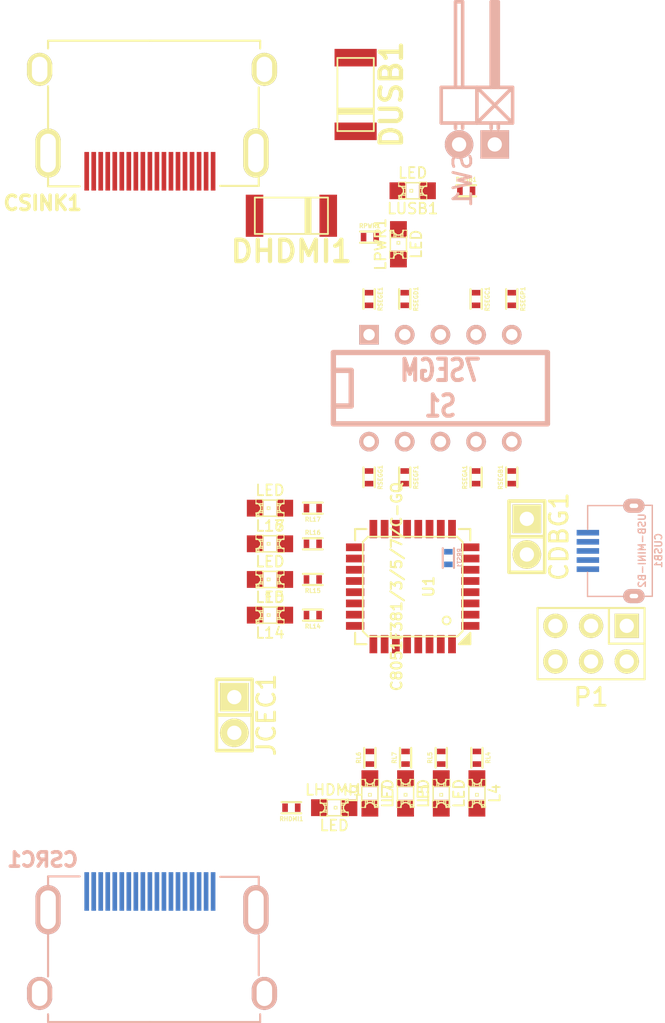
<source format=kicad_pcb>
(kicad_pcb (version 4) (host pcbnew "(2014-jul-16 BZR unknown)-product")

  (general
    (links 95)
    (no_connects 95)
    (area 92.964 52.832 141.732 125.984)
    (thickness 1.6)
    (drawings 0)
    (tracks 0)
    (zones 0)
    (modules 42)
    (nets 69)
  )

  (page A4)
  (layers
    (0 F.Cu signal)
    (31 B.Cu signal)
    (32 B.Adhes user)
    (33 F.Adhes user)
    (34 B.Paste user)
    (35 F.Paste user)
    (36 B.SilkS user)
    (37 F.SilkS user)
    (38 B.Mask user)
    (39 F.Mask user)
    (40 Dwgs.User user)
    (41 Cmts.User user)
    (42 Eco1.User user)
    (43 Eco2.User user)
    (44 Edge.Cuts user)
    (45 Margin user)
    (46 B.CrtYd user)
    (47 F.CrtYd user)
    (48 B.Fab user)
    (49 F.Fab user)
  )

  (setup
    (last_trace_width 0.254)
    (trace_clearance 0.06)
    (zone_clearance 0.508)
    (zone_45_only no)
    (trace_min 0.254)
    (segment_width 0.2)
    (edge_width 0.1)
    (via_size 0.889)
    (via_drill 0.635)
    (via_min_size 0.889)
    (via_min_drill 0.508)
    (uvia_size 0.508)
    (uvia_drill 0.127)
    (uvias_allowed no)
    (uvia_min_size 0.508)
    (uvia_min_drill 0.127)
    (pcb_text_width 0.3)
    (pcb_text_size 1.5 1.5)
    (mod_edge_width 0.15)
    (mod_text_size 1 1)
    (mod_text_width 0.15)
    (pad_size 1.5 1.5)
    (pad_drill 0.6)
    (pad_to_mask_clearance 0)
    (aux_axis_origin 0 0)
    (grid_origin 175.768 121.158)
    (visible_elements FFFFFF7F)
    (pcbplotparams
      (layerselection 0x00030_80000001)
      (usegerberextensions false)
      (excludeedgelayer true)
      (linewidth 0.100000)
      (plotframeref false)
      (viasonmask false)
      (mode 1)
      (useauxorigin false)
      (hpglpennumber 1)
      (hpglpenspeed 20)
      (hpglpendiameter 15)
      (hpglpenoverlay 2)
      (psnegative false)
      (psa4output false)
      (plotreference true)
      (plotvalue true)
      (plotinvisibletext false)
      (padsonsilk false)
      (subtractmaskfromsilk false)
      (outputformat 1)
      (mirror false)
      (drillshape 1)
      (scaleselection 1)
      (outputdirectory ""))
  )

  (net 0 "")
  (net 1 "Net-(CDBG1-Pad1)")
  (net 2 "Net-(CDBG1-Pad2)")
  (net 3 /CLK+)
  (net 4 /D0-)
  (net 5 GND)
  (net 6 /D0+)
  (net 7 /D1-)
  (net 8 /D1+)
  (net 9 /D2-)
  (net 10 /D2+)
  (net 11 /CLK-)
  (net 12 /SINK_CEC)
  (net 13 /SINK_SCL)
  (net 14 /SINK_SDA)
  (net 15 /VHDMI)
  (net 16 /SINK_HPD)
  (net 17 /SRC_CEC)
  (net 18 /SRC_SCL)
  (net 19 /SRC_SDA)
  (net 20 /SRC_HPD)
  (net 21 /D+)
  (net 22 /D-)
  (net 23 /VUSB)
  (net 24 "Net-(L4-Pad1)")
  (net 25 "Net-(L5-Pad1)")
  (net 26 "Net-(L6-Pad1)")
  (net 27 "Net-(L7-Pad1)")
  (net 28 "Net-(L14-Pad1)")
  (net 29 "Net-(L15-Pad1)")
  (net 30 "Net-(L16-Pad1)")
  (net 31 "Net-(L17-Pad1)")
  (net 32 "Net-(LHDMI1-Pad1)")
  (net 33 "Net-(LPWR1-Pad1)")
  (net 34 "Net-(LUSB1-Pad1)")
  (net 35 "Net-(RL4-Pad1)")
  (net 36 "Net-(RL5-Pad1)")
  (net 37 "Net-(RL6-Pad1)")
  (net 38 "Net-(RL7-Pad1)")
  (net 39 "Net-(RL14-Pad1)")
  (net 40 "Net-(RL15-Pad1)")
  (net 41 "Net-(RL16-Pad1)")
  (net 42 "Net-(RL17-Pad1)")
  (net 43 /VCC5V0)
  (net 44 /VCC3V3)
  (net 45 "Net-(RSEGA1-Pad1)")
  (net 46 "Net-(RSEGA1-Pad2)")
  (net 47 "Net-(RSEGB1-Pad1)")
  (net 48 "Net-(RSEGB1-Pad2)")
  (net 49 "Net-(RSEGC1-Pad1)")
  (net 50 "Net-(RSEGC1-Pad2)")
  (net 51 "Net-(RSEGD1-Pad1)")
  (net 52 "Net-(RSEGD1-Pad2)")
  (net 53 "Net-(RSEGE1-Pad1)")
  (net 54 "Net-(RSEGE1-Pad2)")
  (net 55 "Net-(RSEGF1-Pad1)")
  (net 56 "Net-(RSEGF1-Pad2)")
  (net 57 "Net-(RSEGG1-Pad1)")
  (net 58 "Net-(RSEGG1-Pad2)")
  (net 59 "Net-(RSEGP1-Pad1)")
  (net 60 "Net-(RSEGP1-Pad2)")
  (net 61 "Net-(CSINK1-Pad14)")
  (net 62 "Net-(CSRC1-Pad14)")
  (net 63 "Net-(CUSB1-Pad4)")
  (net 64 "Net-(P1-Pad1)")
  (net 65 "Net-(P1-Pad2)")
  (net 66 "Net-(P1-Pad3)")
  (net 67 "Net-(P1-Pad4)")
  (net 68 "Net-(P1-Pad6)")

  (net_class Default "This is the default net class."
    (clearance 0.06)
    (trace_width 0.254)
    (via_dia 0.889)
    (via_drill 0.635)
    (uvia_dia 0.508)
    (uvia_drill 0.127)
    (add_net /SINK_CEC)
    (add_net /SINK_HPD)
    (add_net /SINK_SCL)
    (add_net /SINK_SDA)
    (add_net /SRC_CEC)
    (add_net /SRC_HPD)
    (add_net /SRC_SCL)
    (add_net /SRC_SDA)
    (add_net /VCC3V3)
    (add_net /VCC5V0)
    (add_net "Net-(CDBG1-Pad1)")
    (add_net "Net-(CDBG1-Pad2)")
    (add_net "Net-(CSINK1-Pad14)")
    (add_net "Net-(CSRC1-Pad14)")
    (add_net "Net-(CUSB1-Pad4)")
    (add_net "Net-(L14-Pad1)")
    (add_net "Net-(L15-Pad1)")
    (add_net "Net-(L16-Pad1)")
    (add_net "Net-(L17-Pad1)")
    (add_net "Net-(L4-Pad1)")
    (add_net "Net-(L5-Pad1)")
    (add_net "Net-(L6-Pad1)")
    (add_net "Net-(L7-Pad1)")
    (add_net "Net-(LHDMI1-Pad1)")
    (add_net "Net-(LPWR1-Pad1)")
    (add_net "Net-(LUSB1-Pad1)")
    (add_net "Net-(P1-Pad1)")
    (add_net "Net-(P1-Pad2)")
    (add_net "Net-(P1-Pad3)")
    (add_net "Net-(P1-Pad4)")
    (add_net "Net-(P1-Pad6)")
    (add_net "Net-(RL14-Pad1)")
    (add_net "Net-(RL15-Pad1)")
    (add_net "Net-(RL16-Pad1)")
    (add_net "Net-(RL17-Pad1)")
    (add_net "Net-(RL4-Pad1)")
    (add_net "Net-(RL5-Pad1)")
    (add_net "Net-(RL6-Pad1)")
    (add_net "Net-(RL7-Pad1)")
    (add_net "Net-(RSEGA1-Pad1)")
    (add_net "Net-(RSEGA1-Pad2)")
    (add_net "Net-(RSEGB1-Pad1)")
    (add_net "Net-(RSEGB1-Pad2)")
    (add_net "Net-(RSEGC1-Pad1)")
    (add_net "Net-(RSEGC1-Pad2)")
    (add_net "Net-(RSEGD1-Pad1)")
    (add_net "Net-(RSEGD1-Pad2)")
    (add_net "Net-(RSEGE1-Pad1)")
    (add_net "Net-(RSEGE1-Pad2)")
    (add_net "Net-(RSEGF1-Pad1)")
    (add_net "Net-(RSEGF1-Pad2)")
    (add_net "Net-(RSEGG1-Pad1)")
    (add_net "Net-(RSEGG1-Pad2)")
    (add_net "Net-(RSEGP1-Pad1)")
    (add_net "Net-(RSEGP1-Pad2)")
  )

  (net_class HighSpeed ""
    (clearance 0.06)
    (trace_width 0.254)
    (via_dia 0.889)
    (via_drill 0.635)
    (uvia_dia 0.508)
    (uvia_drill 0.127)
    (add_net /CLK+)
    (add_net /CLK-)
    (add_net /D+)
    (add_net /D-)
    (add_net /D0+)
    (add_net /D0-)
    (add_net /D1+)
    (add_net /D1-)
    (add_net /D2+)
    (add_net /D2-)
  )

  (net_class PWR ""
    (clearance 0.06)
    (trace_width 0.254)
    (via_dia 0.889)
    (via_drill 0.635)
    (uvia_dia 0.508)
    (uvia_drill 0.127)
    (add_net /VHDMI)
    (add_net /VUSB)
    (add_net GND)
  )

  (net_class SlowSpeed ""
    (clearance 0.06)
    (trace_width 0.254)
    (via_dia 0.889)
    (via_drill 0.635)
    (uvia_dia 0.508)
    (uvia_drill 0.127)
  )

  (module Pin_Headers:Pin_Header_Straight_1x02 (layer F.Cu) (tedit 540D2B88) (tstamp 546A5761)
    (at 130.556 91.186 270)
    (descr "1 pin")
    (tags "CONN DEV")
    (path /540D9FAF)
    (fp_text reference CDBG1 (at 0 -2.286 270) (layer F.SilkS)
      (effects (font (size 1.27 1.27) (thickness 0.2032)))
    )
    (fp_text value CONN_01X02 (at 0 0 270) (layer F.SilkS) hide
      (effects (font (size 1.27 1.27) (thickness 0.2032)))
    )
    (fp_line (start 0 -1.27) (end 0 1.27) (layer F.SilkS) (width 0.254))
    (fp_line (start -2.54 -1.27) (end -2.54 1.27) (layer F.SilkS) (width 0.254))
    (fp_line (start -2.54 1.27) (end 0 1.27) (layer F.SilkS) (width 0.254))
    (fp_line (start 0 1.27) (end 2.54 1.27) (layer F.SilkS) (width 0.254))
    (fp_line (start 2.54 1.27) (end 2.54 -1.27) (layer F.SilkS) (width 0.254))
    (fp_line (start 2.54 -1.27) (end -2.54 -1.27) (layer F.SilkS) (width 0.254))
    (pad 1 thru_hole rect (at -1.27 0 270) (size 2.032 2.032) (drill 1.016) (layers *.Cu *.Mask F.SilkS)
      (net 1 "Net-(CDBG1-Pad1)"))
    (pad 2 thru_hole oval (at 1.27 0 270) (size 2.032 2.032) (drill 1.016) (layers *.Cu *.Mask F.SilkS)
      (net 2 "Net-(CDBG1-Pad2)"))
    (model Pin_Headers/Pin_Header_Straight_1x02.wrl
      (at (xyz 0 0 0))
      (scale (xyz 1 1 1))
      (rotate (xyz 0 0 0))
    )
  )

  (module hdmi:hdmi (layer F.Cu) (tedit 5305E674) (tstamp 5469A64F)
    (at 103.718 63.858 180)
    (path /540C3D1D)
    (fp_text reference CSINK1 (at 7.635 -3.563 180) (layer F.SilkS)
      (effects (font (size 1.016 1.016) (thickness 0.254)))
    )
    (fp_text value HDMI (at 0 3.556 180) (layer F.SilkS) hide
      (effects (font (size 1.27 1.27) (thickness 0.254)))
    )
    (fp_line (start 7.25 -1.75) (end 7.25 -2.372) (layer F.SilkS) (width 0.15))
    (fp_line (start 7.25 -2.372) (end 5 -2.372) (layer F.SilkS) (width 0.15))
    (fp_line (start -7.75 -1.75) (end -7.75 -2.342) (layer F.SilkS) (width 0.15))
    (fp_line (start -7.75 -2.342) (end -5.01 -2.342) (layer F.SilkS) (width 0.15))
    (fp_line (start -7.75 4.66952) (end -7.75 1.81952) (layer F.SilkS) (width 0.15))
    (fp_line (start 7.25 4.75) (end 7.25 1.8) (layer F.SilkS) (width 0.15))
    (fp_line (start 0 8) (end -7.85 8) (layer F.SilkS) (width 0.15))
    (fp_line (start -7.85 8) (end -7.85 7.45) (layer F.SilkS) (width 0.15))
    (fp_line (start 0 8) (end 7.25 8) (layer F.SilkS) (width 0.15))
    (fp_line (start 7.25 8) (end 7.25 7.45) (layer F.SilkS) (width 0.15))
    (pad 10 smd rect (at 0 -1.3 180) (size 0.3302 2.75) (layers F.Cu F.Paste F.Mask)
      (net 3 /CLK+))
    (pad 9 smd rect (at 0.5 -1.3 180) (size 0.3302 2.75) (layers F.Cu F.Paste F.Mask)
      (net 4 /D0-))
    (pad 8 smd rect (at 1 -1.3 180) (size 0.3302 2.75) (layers F.Cu F.Paste F.Mask)
      (net 5 GND))
    (pad 7 smd rect (at 1.5 -1.3 180) (size 0.3302 2.75) (layers F.Cu F.Paste F.Mask)
      (net 6 /D0+))
    (pad 6 smd rect (at 2 -1.3 180) (size 0.3302 2.75) (layers F.Cu F.Paste F.Mask)
      (net 7 /D1-))
    (pad 5 smd rect (at 2.5 -1.3 180) (size 0.3302 2.75) (layers F.Cu F.Paste F.Mask)
      (net 5 GND))
    (pad 4 smd rect (at 3 -1.3 180) (size 0.3302 2.75) (layers F.Cu F.Paste F.Mask)
      (net 8 /D1+))
    (pad 3 smd rect (at 3.5 -1.3 180) (size 0.3302 2.75) (layers F.Cu F.Paste F.Mask)
      (net 9 /D2-))
    (pad 2 smd rect (at 4 -1.3 180) (size 0.3302 2.75) (layers F.Cu F.Paste F.Mask)
      (net 5 GND))
    (pad 1 smd rect (at 4.5 -1.3 180) (size 0.3302 2.75) (layers F.Cu F.Paste F.Mask)
      (net 10 /D2+))
    (pad 11 smd rect (at -0.5 -1.3 180) (size 0.3302 2.75) (layers F.Cu F.Paste F.Mask)
      (net 5 GND))
    (pad 12 smd rect (at -1 -1.3 180) (size 0.3302 2.75) (layers F.Cu F.Paste F.Mask)
      (net 11 /CLK-))
    (pad 13 smd rect (at -1.5 -1.3 180) (size 0.3302 2.75) (layers F.Cu F.Paste F.Mask)
      (net 12 /SINK_CEC))
    (pad 14 smd rect (at -2 -1.3 180) (size 0.3302 2.75) (layers F.Cu F.Paste F.Mask)
      (net 61 "Net-(CSINK1-Pad14)"))
    (pad 15 smd rect (at -2.5 -1.3 180) (size 0.3302 2.75) (layers F.Cu F.Paste F.Mask)
      (net 13 /SINK_SCL))
    (pad 16 smd rect (at -3 -1.3 180) (size 0.3302 2.75) (layers F.Cu F.Paste F.Mask)
      (net 14 /SINK_SDA))
    (pad 17 smd rect (at -3.5 -1.3 180) (size 0.3302 2.75) (layers F.Cu F.Paste F.Mask)
      (net 5 GND))
    (pad 18 smd rect (at -4 -1.3 180) (size 0.3302 2.75) (layers F.Cu F.Paste F.Mask)
      (net 15 /VHDMI))
    (pad 19 smd rect (at -4.5 -1.3 180) (size 0.3302 2.75) (layers F.Cu F.Paste F.Mask)
      (net 16 /SINK_HPD))
    (pad 0 thru_hole oval (at -7.55 0 180) (size 1.8 3.5) (drill oval 1.1 2.75) (layers *.Cu *.Mask F.SilkS))
    (pad 0 thru_hole oval (at 7.25 0 180) (size 1.8 3.5) (drill oval 1.1 2.75) (layers *.Cu *.Mask F.SilkS))
    (pad 0 thru_hole oval (at -8.15 5.96 180) (size 1.8 2.35) (drill oval 1.1 1.8) (layers *.Cu *.Mask F.SilkS))
    (pad 0 thru_hole oval (at 7.85 5.96 180) (size 1.8 2.35) (drill oval 1.1 1.8) (layers *.Cu *.Mask F.SilkS))
  )

  (module hdmi:hdmi (layer B.Cu) (tedit 5305E674) (tstamp 546A43A2)
    (at 103.718 117.758 180)
    (path /540C3E12)
    (fp_text reference CSRC1 (at 7.635 3.563 180) (layer B.SilkS)
      (effects (font (size 1.016 1.016) (thickness 0.254)) (justify mirror))
    )
    (fp_text value HDMI (at 0 -3.556 180) (layer B.SilkS) hide
      (effects (font (size 1.27 1.27) (thickness 0.254)) (justify mirror))
    )
    (fp_line (start 7.25 1.75) (end 7.25 2.372) (layer B.SilkS) (width 0.15))
    (fp_line (start 7.25 2.372) (end 5 2.372) (layer B.SilkS) (width 0.15))
    (fp_line (start -7.75 1.75) (end -7.75 2.342) (layer B.SilkS) (width 0.15))
    (fp_line (start -7.75 2.342) (end -5.01 2.342) (layer B.SilkS) (width 0.15))
    (fp_line (start -7.75 -4.66952) (end -7.75 -1.81952) (layer B.SilkS) (width 0.15))
    (fp_line (start 7.25 -4.75) (end 7.25 -1.8) (layer B.SilkS) (width 0.15))
    (fp_line (start 0 -8) (end -7.85 -8) (layer B.SilkS) (width 0.15))
    (fp_line (start -7.85 -8) (end -7.85 -7.45) (layer B.SilkS) (width 0.15))
    (fp_line (start 0 -8) (end 7.25 -8) (layer B.SilkS) (width 0.15))
    (fp_line (start 7.25 -8) (end 7.25 -7.45) (layer B.SilkS) (width 0.15))
    (pad 10 smd rect (at 0 1.3 180) (size 0.3302 2.75) (layers B.Cu B.Paste B.Mask)
      (net 3 /CLK+))
    (pad 9 smd rect (at 0.5 1.3 180) (size 0.3302 2.75) (layers B.Cu B.Paste B.Mask)
      (net 4 /D0-))
    (pad 8 smd rect (at 1 1.3 180) (size 0.3302 2.75) (layers B.Cu B.Paste B.Mask)
      (net 5 GND))
    (pad 7 smd rect (at 1.5 1.3 180) (size 0.3302 2.75) (layers B.Cu B.Paste B.Mask)
      (net 6 /D0+))
    (pad 6 smd rect (at 2 1.3 180) (size 0.3302 2.75) (layers B.Cu B.Paste B.Mask)
      (net 7 /D1-))
    (pad 5 smd rect (at 2.5 1.3 180) (size 0.3302 2.75) (layers B.Cu B.Paste B.Mask)
      (net 5 GND))
    (pad 4 smd rect (at 3 1.3 180) (size 0.3302 2.75) (layers B.Cu B.Paste B.Mask)
      (net 8 /D1+))
    (pad 3 smd rect (at 3.5 1.3 180) (size 0.3302 2.75) (layers B.Cu B.Paste B.Mask)
      (net 9 /D2-))
    (pad 2 smd rect (at 4 1.3 180) (size 0.3302 2.75) (layers B.Cu B.Paste B.Mask)
      (net 5 GND))
    (pad 1 smd rect (at 4.5 1.3 180) (size 0.3302 2.75) (layers B.Cu B.Paste B.Mask)
      (net 10 /D2+))
    (pad 11 smd rect (at -0.5 1.3 180) (size 0.3302 2.75) (layers B.Cu B.Paste B.Mask)
      (net 5 GND))
    (pad 12 smd rect (at -1 1.3 180) (size 0.3302 2.75) (layers B.Cu B.Paste B.Mask)
      (net 11 /CLK-))
    (pad 13 smd rect (at -1.5 1.3 180) (size 0.3302 2.75) (layers B.Cu B.Paste B.Mask)
      (net 17 /SRC_CEC))
    (pad 14 smd rect (at -2 1.3 180) (size 0.3302 2.75) (layers B.Cu B.Paste B.Mask)
      (net 62 "Net-(CSRC1-Pad14)"))
    (pad 15 smd rect (at -2.5 1.3 180) (size 0.3302 2.75) (layers B.Cu B.Paste B.Mask)
      (net 18 /SRC_SCL))
    (pad 16 smd rect (at -3 1.3 180) (size 0.3302 2.75) (layers B.Cu B.Paste B.Mask)
      (net 19 /SRC_SDA))
    (pad 17 smd rect (at -3.5 1.3 180) (size 0.3302 2.75) (layers B.Cu B.Paste B.Mask)
      (net 5 GND))
    (pad 18 smd rect (at -4 1.3 180) (size 0.3302 2.75) (layers B.Cu B.Paste B.Mask)
      (net 15 /VHDMI))
    (pad 19 smd rect (at -4.5 1.3 180) (size 0.3302 2.75) (layers B.Cu B.Paste B.Mask)
      (net 20 /SRC_HPD))
    (pad 0 thru_hole oval (at -7.55 0 180) (size 1.8 3.5) (drill oval 1.1 2.75) (layers *.Cu *.Mask B.SilkS))
    (pad 0 thru_hole oval (at 7.25 0 180) (size 1.8 3.5) (drill oval 1.1 2.75) (layers *.Cu *.Mask B.SilkS))
    (pad 0 thru_hole oval (at -8.15 -5.96 180) (size 1.8 2.35) (drill oval 1.1 1.8) (layers *.Cu *.Mask B.SilkS))
    (pad 0 thru_hole oval (at 7.85 -5.96 180) (size 1.8 2.35) (drill oval 1.1 1.8) (layers *.Cu *.Mask B.SilkS))
  )

  (module micro-usb:micro-usb (layer B.Cu) (tedit 5205BDBA) (tstamp 5478717A)
    (at 138.176 92.202 270)
    (path /540E505A)
    (fp_text reference CUSB1 (at -0.0254 -1.7526 270) (layer B.SilkS)
      (effects (font (size 0.5 0.5) (thickness 0.1)) (justify mirror))
    )
    (fp_text value USB-MINI-B2 (at -0.0254 -0.5842 270) (layer B.SilkS)
      (effects (font (size 0.5 0.5) (thickness 0.1)) (justify mirror))
    )
    (fp_line (start -3.23 0.76) (end -3.23 3.29) (layer B.SilkS) (width 0.1))
    (fp_line (start -3.23 3.29) (end -1.53 3.29) (layer B.SilkS) (width 0.1))
    (fp_line (start 3.24 0.8) (end 3.24 3.3) (layer B.SilkS) (width 0.1))
    (fp_line (start 3.24 3.3) (end 1.52 3.3) (layer B.SilkS) (width 0.1))
    (fp_line (start -3.25 -0.8) (end -3.25 -1.31) (layer B.SilkS) (width 0.1))
    (fp_line (start -3.25 -1.31) (end 3.23 -1.31) (layer B.SilkS) (width 0.1))
    (fp_line (start 3.23 -1.31) (end 3.23 -0.81) (layer B.SilkS) (width 0.1))
    (pad "" thru_hole oval (at -3.215 0 270) (size 1 1.524) (drill oval 0.31 0.61) (layers *.Cu *.Mask B.SilkS)
      (clearance 0.01))
    (pad "" thru_hole oval (at 3.215 0 270) (size 1 1.524) (drill oval 0.31 0.61) (layers *.Cu *.Mask B.SilkS)
      (clearance 0.01))
    (pad 3 smd rect (at 0 3.275 270) (size 0.4 1.6) (layers B.Cu B.Paste B.Mask)
      (net 22 /D-))
    (pad 4 smd rect (at 0.65 3.275 270) (size 0.4 1.6) (layers B.Cu B.Paste B.Mask)
      (net 63 "Net-(CUSB1-Pad4)"))
    (pad 2 smd rect (at -0.65 3.275 270) (size 0.4 1.6) (layers B.Cu B.Paste B.Mask)
      (net 21 /D+))
    (pad 5 smd rect (at 1.3 3.275 270) (size 0.4 1.6) (layers B.Cu B.Paste B.Mask)
      (net 5 GND))
    (pad 1 smd rect (at -1.3 3.275 270) (size 0.4 1.6) (layers B.Cu B.Paste B.Mask)
      (net 23 /VUSB))
  )

  (module sod323:sod323 (layer F.Cu) (tedit 540D2522) (tstamp 5467FBF3)
    (at 113.792 68.326)
    (descr Melf)
    (path /540C4BBB)
    (fp_text reference DHDMI1 (at 0 2.54) (layer F.SilkS)
      (effects (font (thickness 0.3048)))
    )
    (fp_text value DIODE (at 0 -2.54) (layer F.SilkS) hide
      (effects (font (thickness 0.3048)))
    )
    (fp_line (start 1.3716 -1.2954) (end 1.3716 1.2954) (layer F.SilkS) (width 0.127))
    (fp_line (start 1.1303 1.2954) (end 1.1303 -1.2954) (layer F.SilkS) (width 0.127))
    (fp_line (start 1.2573 -1.2954) (end 1.2573 1.2954) (layer F.SilkS) (width 0.127))
    (fp_line (start 1.0033 -1.2954) (end 1.0033 1.2954) (layer F.SilkS) (width 0.127))
    (fp_line (start -2.6035 -1.2954) (end -2.6035 1.2954) (layer F.SilkS) (width 0.127))
    (fp_line (start -2.6035 1.2954) (end 2.6035 1.2954) (layer F.SilkS) (width 0.127))
    (fp_line (start 2.6035 1.2954) (end 2.6035 -1.2954) (layer F.SilkS) (width 0.127))
    (fp_line (start 2.6035 -1.2954) (end -2.6035 -1.2954) (layer F.SilkS) (width 0.127))
    (pad 1 smd rect (at -2.62382 0) (size 1.24968 2.99974) (layers F.Cu F.Paste F.Mask)
      (net 15 /VHDMI))
    (pad 2 smd rect (at 2.62382 0) (size 1.24968 2.99974) (layers F.Cu F.Paste F.Mask)
      (net 43 /VCC5V0))
    (model walter/smd_diode/melf.wrl
      (at (xyz 0 0 0))
      (scale (xyz 1 1 1))
      (rotate (xyz 0 0 0))
    )
  )

  (module sod323:sod323 (layer F.Cu) (tedit 540D2522) (tstamp 54786420)
    (at 118.364 59.69 270)
    (descr Melf)
    (path /540C4C46)
    (fp_text reference DUSB1 (at 0 -2.54 270) (layer F.SilkS)
      (effects (font (thickness 0.3048)))
    )
    (fp_text value DIODE (at 0 2.54 270) (layer F.SilkS) hide
      (effects (font (thickness 0.3048)))
    )
    (fp_line (start 1.3716 -1.2954) (end 1.3716 1.2954) (layer F.SilkS) (width 0.127))
    (fp_line (start 1.1303 1.2954) (end 1.1303 -1.2954) (layer F.SilkS) (width 0.127))
    (fp_line (start 1.2573 -1.2954) (end 1.2573 1.2954) (layer F.SilkS) (width 0.127))
    (fp_line (start 1.0033 -1.2954) (end 1.0033 1.2954) (layer F.SilkS) (width 0.127))
    (fp_line (start -2.6035 -1.2954) (end -2.6035 1.2954) (layer F.SilkS) (width 0.127))
    (fp_line (start -2.6035 1.2954) (end 2.6035 1.2954) (layer F.SilkS) (width 0.127))
    (fp_line (start 2.6035 1.2954) (end 2.6035 -1.2954) (layer F.SilkS) (width 0.127))
    (fp_line (start 2.6035 -1.2954) (end -2.6035 -1.2954) (layer F.SilkS) (width 0.127))
    (pad 1 smd rect (at -2.62382 0 270) (size 1.24968 2.99974) (layers F.Cu F.Paste F.Mask)
      (net 23 /VUSB))
    (pad 2 smd rect (at 2.62382 0 270) (size 1.24968 2.99974) (layers F.Cu F.Paste F.Mask)
      (net 43 /VCC5V0))
    (model walter/smd_diode/melf.wrl
      (at (xyz 0 0 0))
      (scale (xyz 1 1 1))
      (rotate (xyz 0 0 0))
    )
  )

  (module Pin_Headers:Pin_Header_Straight_1x02 (layer F.Cu) (tedit 540D2B88) (tstamp 5469B350)
    (at 109.728 103.886 270)
    (descr "1 pin")
    (tags "CONN DEV")
    (path /540C7E7D)
    (fp_text reference JCEC1 (at 0 -2.286 270) (layer F.SilkS)
      (effects (font (size 1.27 1.27) (thickness 0.2032)))
    )
    (fp_text value CONN_01X02 (at 0 0 270) (layer F.SilkS) hide
      (effects (font (size 1.27 1.27) (thickness 0.2032)))
    )
    (fp_line (start 0 -1.27) (end 0 1.27) (layer F.SilkS) (width 0.254))
    (fp_line (start -2.54 -1.27) (end -2.54 1.27) (layer F.SilkS) (width 0.254))
    (fp_line (start -2.54 1.27) (end 0 1.27) (layer F.SilkS) (width 0.254))
    (fp_line (start 0 1.27) (end 2.54 1.27) (layer F.SilkS) (width 0.254))
    (fp_line (start 2.54 1.27) (end 2.54 -1.27) (layer F.SilkS) (width 0.254))
    (fp_line (start 2.54 -1.27) (end -2.54 -1.27) (layer F.SilkS) (width 0.254))
    (pad 1 thru_hole rect (at -1.27 0 270) (size 2.032 2.032) (drill 1.016) (layers *.Cu *.Mask F.SilkS)
      (net 12 /SINK_CEC))
    (pad 2 thru_hole oval (at 1.27 0 270) (size 2.032 2.032) (drill 1.016) (layers *.Cu *.Mask F.SilkS)
      (net 17 /SRC_CEC))
    (model Pin_Headers/Pin_Header_Straight_1x02.wrl
      (at (xyz 0 0 0))
      (scale (xyz 1 1 1))
      (rotate (xyz 0 0 0))
    )
  )

  (module LEDs:LED-0805 (layer F.Cu) (tedit 540D2B88) (tstamp 540D2F6B)
    (at 127 109.474 270)
    (descr "LED 0805 smd package")
    (tags "LED 0805 SMD")
    (path /540D5A4C)
    (attr smd)
    (fp_text reference L4 (at 0 -1.27 270) (layer F.SilkS)
      (effects (font (size 0.762 0.762) (thickness 0.127)))
    )
    (fp_text value LED (at 0 1.27 270) (layer F.SilkS)
      (effects (font (size 0.762 0.762) (thickness 0.127)))
    )
    (fp_line (start 0.49784 0.29972) (end 0.49784 0.62484) (layer F.SilkS) (width 0.06604))
    (fp_line (start 0.49784 0.62484) (end 0.99822 0.62484) (layer F.SilkS) (width 0.06604))
    (fp_line (start 0.99822 0.29972) (end 0.99822 0.62484) (layer F.SilkS) (width 0.06604))
    (fp_line (start 0.49784 0.29972) (end 0.99822 0.29972) (layer F.SilkS) (width 0.06604))
    (fp_line (start 0.49784 -0.32258) (end 0.49784 -0.17272) (layer F.SilkS) (width 0.06604))
    (fp_line (start 0.49784 -0.17272) (end 0.7493 -0.17272) (layer F.SilkS) (width 0.06604))
    (fp_line (start 0.7493 -0.32258) (end 0.7493 -0.17272) (layer F.SilkS) (width 0.06604))
    (fp_line (start 0.49784 -0.32258) (end 0.7493 -0.32258) (layer F.SilkS) (width 0.06604))
    (fp_line (start 0.49784 0.17272) (end 0.49784 0.32258) (layer F.SilkS) (width 0.06604))
    (fp_line (start 0.49784 0.32258) (end 0.7493 0.32258) (layer F.SilkS) (width 0.06604))
    (fp_line (start 0.7493 0.17272) (end 0.7493 0.32258) (layer F.SilkS) (width 0.06604))
    (fp_line (start 0.49784 0.17272) (end 0.7493 0.17272) (layer F.SilkS) (width 0.06604))
    (fp_line (start 0.49784 -0.19812) (end 0.49784 0.19812) (layer F.SilkS) (width 0.06604))
    (fp_line (start 0.49784 0.19812) (end 0.6731 0.19812) (layer F.SilkS) (width 0.06604))
    (fp_line (start 0.6731 -0.19812) (end 0.6731 0.19812) (layer F.SilkS) (width 0.06604))
    (fp_line (start 0.49784 -0.19812) (end 0.6731 -0.19812) (layer F.SilkS) (width 0.06604))
    (fp_line (start -0.99822 0.29972) (end -0.99822 0.62484) (layer F.SilkS) (width 0.06604))
    (fp_line (start -0.99822 0.62484) (end -0.49784 0.62484) (layer F.SilkS) (width 0.06604))
    (fp_line (start -0.49784 0.29972) (end -0.49784 0.62484) (layer F.SilkS) (width 0.06604))
    (fp_line (start -0.99822 0.29972) (end -0.49784 0.29972) (layer F.SilkS) (width 0.06604))
    (fp_line (start -0.99822 -0.62484) (end -0.99822 -0.29972) (layer F.SilkS) (width 0.06604))
    (fp_line (start -0.99822 -0.29972) (end -0.49784 -0.29972) (layer F.SilkS) (width 0.06604))
    (fp_line (start -0.49784 -0.62484) (end -0.49784 -0.29972) (layer F.SilkS) (width 0.06604))
    (fp_line (start -0.99822 -0.62484) (end -0.49784 -0.62484) (layer F.SilkS) (width 0.06604))
    (fp_line (start -0.7493 0.17272) (end -0.7493 0.32258) (layer F.SilkS) (width 0.06604))
    (fp_line (start -0.7493 0.32258) (end -0.49784 0.32258) (layer F.SilkS) (width 0.06604))
    (fp_line (start -0.49784 0.17272) (end -0.49784 0.32258) (layer F.SilkS) (width 0.06604))
    (fp_line (start -0.7493 0.17272) (end -0.49784 0.17272) (layer F.SilkS) (width 0.06604))
    (fp_line (start -0.7493 -0.32258) (end -0.7493 -0.17272) (layer F.SilkS) (width 0.06604))
    (fp_line (start -0.7493 -0.17272) (end -0.49784 -0.17272) (layer F.SilkS) (width 0.06604))
    (fp_line (start -0.49784 -0.32258) (end -0.49784 -0.17272) (layer F.SilkS) (width 0.06604))
    (fp_line (start -0.7493 -0.32258) (end -0.49784 -0.32258) (layer F.SilkS) (width 0.06604))
    (fp_line (start -0.6731 -0.19812) (end -0.6731 0.19812) (layer F.SilkS) (width 0.06604))
    (fp_line (start -0.6731 0.19812) (end -0.49784 0.19812) (layer F.SilkS) (width 0.06604))
    (fp_line (start -0.49784 -0.19812) (end -0.49784 0.19812) (layer F.SilkS) (width 0.06604))
    (fp_line (start -0.6731 -0.19812) (end -0.49784 -0.19812) (layer F.SilkS) (width 0.06604))
    (fp_line (start 0 -0.09906) (end 0 0.09906) (layer F.SilkS) (width 0.06604))
    (fp_line (start 0 0.09906) (end 0.19812 0.09906) (layer F.SilkS) (width 0.06604))
    (fp_line (start 0.19812 -0.09906) (end 0.19812 0.09906) (layer F.SilkS) (width 0.06604))
    (fp_line (start 0 -0.09906) (end 0.19812 -0.09906) (layer F.SilkS) (width 0.06604))
    (fp_line (start 0.49784 -0.59944) (end 0.49784 -0.29972) (layer F.SilkS) (width 0.06604))
    (fp_line (start 0.49784 -0.29972) (end 0.79756 -0.29972) (layer F.SilkS) (width 0.06604))
    (fp_line (start 0.79756 -0.59944) (end 0.79756 -0.29972) (layer F.SilkS) (width 0.06604))
    (fp_line (start 0.49784 -0.59944) (end 0.79756 -0.59944) (layer F.SilkS) (width 0.06604))
    (fp_line (start 0.92456 -0.62484) (end 0.92456 -0.39878) (layer F.SilkS) (width 0.06604))
    (fp_line (start 0.92456 -0.39878) (end 0.99822 -0.39878) (layer F.SilkS) (width 0.06604))
    (fp_line (start 0.99822 -0.62484) (end 0.99822 -0.39878) (layer F.SilkS) (width 0.06604))
    (fp_line (start 0.92456 -0.62484) (end 0.99822 -0.62484) (layer F.SilkS) (width 0.06604))
    (fp_line (start 0.52324 0.57404) (end -0.52324 0.57404) (layer F.SilkS) (width 0.1016))
    (fp_line (start -0.49784 -0.57404) (end 0.92456 -0.57404) (layer F.SilkS) (width 0.1016))
    (fp_circle (center 0.84836 -0.44958) (end 0.89916 -0.50038) (layer F.SilkS) (width 0.0508))
    (fp_arc (start 0.99822 0) (end 0.99822 0.34798) (angle 180) (layer F.SilkS) (width 0.1016))
    (fp_arc (start -0.99822 0) (end -0.99822 -0.34798) (angle 180) (layer F.SilkS) (width 0.1016))
    (pad 1 smd rect (at -1.04902 0 270) (size 1.19888 1.19888) (layers F.Cu F.Paste F.Mask)
      (net 24 "Net-(L4-Pad1)"))
    (pad 2 smd rect (at 1.04902 0 270) (size 1.19888 1.19888) (layers F.Cu F.Paste F.Mask)
      (net 5 GND))
  )

  (module LEDs:LED-0805 (layer F.Cu) (tedit 540D2B88) (tstamp 540D2F71)
    (at 124.46 109.474 270)
    (descr "LED 0805 smd package")
    (tags "LED 0805 SMD")
    (path /540D5B4A)
    (attr smd)
    (fp_text reference L5 (at 0 1.27 270) (layer F.SilkS)
      (effects (font (size 0.762 0.762) (thickness 0.127)))
    )
    (fp_text value LED (at 0 -1.27 270) (layer F.SilkS)
      (effects (font (size 0.762 0.762) (thickness 0.127)))
    )
    (fp_line (start 0.49784 0.29972) (end 0.49784 0.62484) (layer F.SilkS) (width 0.06604))
    (fp_line (start 0.49784 0.62484) (end 0.99822 0.62484) (layer F.SilkS) (width 0.06604))
    (fp_line (start 0.99822 0.29972) (end 0.99822 0.62484) (layer F.SilkS) (width 0.06604))
    (fp_line (start 0.49784 0.29972) (end 0.99822 0.29972) (layer F.SilkS) (width 0.06604))
    (fp_line (start 0.49784 -0.32258) (end 0.49784 -0.17272) (layer F.SilkS) (width 0.06604))
    (fp_line (start 0.49784 -0.17272) (end 0.7493 -0.17272) (layer F.SilkS) (width 0.06604))
    (fp_line (start 0.7493 -0.32258) (end 0.7493 -0.17272) (layer F.SilkS) (width 0.06604))
    (fp_line (start 0.49784 -0.32258) (end 0.7493 -0.32258) (layer F.SilkS) (width 0.06604))
    (fp_line (start 0.49784 0.17272) (end 0.49784 0.32258) (layer F.SilkS) (width 0.06604))
    (fp_line (start 0.49784 0.32258) (end 0.7493 0.32258) (layer F.SilkS) (width 0.06604))
    (fp_line (start 0.7493 0.17272) (end 0.7493 0.32258) (layer F.SilkS) (width 0.06604))
    (fp_line (start 0.49784 0.17272) (end 0.7493 0.17272) (layer F.SilkS) (width 0.06604))
    (fp_line (start 0.49784 -0.19812) (end 0.49784 0.19812) (layer F.SilkS) (width 0.06604))
    (fp_line (start 0.49784 0.19812) (end 0.6731 0.19812) (layer F.SilkS) (width 0.06604))
    (fp_line (start 0.6731 -0.19812) (end 0.6731 0.19812) (layer F.SilkS) (width 0.06604))
    (fp_line (start 0.49784 -0.19812) (end 0.6731 -0.19812) (layer F.SilkS) (width 0.06604))
    (fp_line (start -0.99822 0.29972) (end -0.99822 0.62484) (layer F.SilkS) (width 0.06604))
    (fp_line (start -0.99822 0.62484) (end -0.49784 0.62484) (layer F.SilkS) (width 0.06604))
    (fp_line (start -0.49784 0.29972) (end -0.49784 0.62484) (layer F.SilkS) (width 0.06604))
    (fp_line (start -0.99822 0.29972) (end -0.49784 0.29972) (layer F.SilkS) (width 0.06604))
    (fp_line (start -0.99822 -0.62484) (end -0.99822 -0.29972) (layer F.SilkS) (width 0.06604))
    (fp_line (start -0.99822 -0.29972) (end -0.49784 -0.29972) (layer F.SilkS) (width 0.06604))
    (fp_line (start -0.49784 -0.62484) (end -0.49784 -0.29972) (layer F.SilkS) (width 0.06604))
    (fp_line (start -0.99822 -0.62484) (end -0.49784 -0.62484) (layer F.SilkS) (width 0.06604))
    (fp_line (start -0.7493 0.17272) (end -0.7493 0.32258) (layer F.SilkS) (width 0.06604))
    (fp_line (start -0.7493 0.32258) (end -0.49784 0.32258) (layer F.SilkS) (width 0.06604))
    (fp_line (start -0.49784 0.17272) (end -0.49784 0.32258) (layer F.SilkS) (width 0.06604))
    (fp_line (start -0.7493 0.17272) (end -0.49784 0.17272) (layer F.SilkS) (width 0.06604))
    (fp_line (start -0.7493 -0.32258) (end -0.7493 -0.17272) (layer F.SilkS) (width 0.06604))
    (fp_line (start -0.7493 -0.17272) (end -0.49784 -0.17272) (layer F.SilkS) (width 0.06604))
    (fp_line (start -0.49784 -0.32258) (end -0.49784 -0.17272) (layer F.SilkS) (width 0.06604))
    (fp_line (start -0.7493 -0.32258) (end -0.49784 -0.32258) (layer F.SilkS) (width 0.06604))
    (fp_line (start -0.6731 -0.19812) (end -0.6731 0.19812) (layer F.SilkS) (width 0.06604))
    (fp_line (start -0.6731 0.19812) (end -0.49784 0.19812) (layer F.SilkS) (width 0.06604))
    (fp_line (start -0.49784 -0.19812) (end -0.49784 0.19812) (layer F.SilkS) (width 0.06604))
    (fp_line (start -0.6731 -0.19812) (end -0.49784 -0.19812) (layer F.SilkS) (width 0.06604))
    (fp_line (start 0 -0.09906) (end 0 0.09906) (layer F.SilkS) (width 0.06604))
    (fp_line (start 0 0.09906) (end 0.19812 0.09906) (layer F.SilkS) (width 0.06604))
    (fp_line (start 0.19812 -0.09906) (end 0.19812 0.09906) (layer F.SilkS) (width 0.06604))
    (fp_line (start 0 -0.09906) (end 0.19812 -0.09906) (layer F.SilkS) (width 0.06604))
    (fp_line (start 0.49784 -0.59944) (end 0.49784 -0.29972) (layer F.SilkS) (width 0.06604))
    (fp_line (start 0.49784 -0.29972) (end 0.79756 -0.29972) (layer F.SilkS) (width 0.06604))
    (fp_line (start 0.79756 -0.59944) (end 0.79756 -0.29972) (layer F.SilkS) (width 0.06604))
    (fp_line (start 0.49784 -0.59944) (end 0.79756 -0.59944) (layer F.SilkS) (width 0.06604))
    (fp_line (start 0.92456 -0.62484) (end 0.92456 -0.39878) (layer F.SilkS) (width 0.06604))
    (fp_line (start 0.92456 -0.39878) (end 0.99822 -0.39878) (layer F.SilkS) (width 0.06604))
    (fp_line (start 0.99822 -0.62484) (end 0.99822 -0.39878) (layer F.SilkS) (width 0.06604))
    (fp_line (start 0.92456 -0.62484) (end 0.99822 -0.62484) (layer F.SilkS) (width 0.06604))
    (fp_line (start 0.52324 0.57404) (end -0.52324 0.57404) (layer F.SilkS) (width 0.1016))
    (fp_line (start -0.49784 -0.57404) (end 0.92456 -0.57404) (layer F.SilkS) (width 0.1016))
    (fp_circle (center 0.84836 -0.44958) (end 0.89916 -0.50038) (layer F.SilkS) (width 0.0508))
    (fp_arc (start 0.99822 0) (end 0.99822 0.34798) (angle 180) (layer F.SilkS) (width 0.1016))
    (fp_arc (start -0.99822 0) (end -0.99822 -0.34798) (angle 180) (layer F.SilkS) (width 0.1016))
    (pad 1 smd rect (at -1.04902 0 270) (size 1.19888 1.19888) (layers F.Cu F.Paste F.Mask)
      (net 25 "Net-(L5-Pad1)"))
    (pad 2 smd rect (at 1.04902 0 270) (size 1.19888 1.19888) (layers F.Cu F.Paste F.Mask)
      (net 5 GND))
  )

  (module LEDs:LED-0805 (layer F.Cu) (tedit 540D2B88) (tstamp 540D2F77)
    (at 119.38 109.474 270)
    (descr "LED 0805 smd package")
    (tags "LED 0805 SMD")
    (path /540D5C5C)
    (attr smd)
    (fp_text reference L6 (at 0 1.27 270) (layer F.SilkS)
      (effects (font (size 0.762 0.762) (thickness 0.127)))
    )
    (fp_text value LED (at 0 -1.27 270) (layer F.SilkS)
      (effects (font (size 0.762 0.762) (thickness 0.127)))
    )
    (fp_line (start 0.49784 0.29972) (end 0.49784 0.62484) (layer F.SilkS) (width 0.06604))
    (fp_line (start 0.49784 0.62484) (end 0.99822 0.62484) (layer F.SilkS) (width 0.06604))
    (fp_line (start 0.99822 0.29972) (end 0.99822 0.62484) (layer F.SilkS) (width 0.06604))
    (fp_line (start 0.49784 0.29972) (end 0.99822 0.29972) (layer F.SilkS) (width 0.06604))
    (fp_line (start 0.49784 -0.32258) (end 0.49784 -0.17272) (layer F.SilkS) (width 0.06604))
    (fp_line (start 0.49784 -0.17272) (end 0.7493 -0.17272) (layer F.SilkS) (width 0.06604))
    (fp_line (start 0.7493 -0.32258) (end 0.7493 -0.17272) (layer F.SilkS) (width 0.06604))
    (fp_line (start 0.49784 -0.32258) (end 0.7493 -0.32258) (layer F.SilkS) (width 0.06604))
    (fp_line (start 0.49784 0.17272) (end 0.49784 0.32258) (layer F.SilkS) (width 0.06604))
    (fp_line (start 0.49784 0.32258) (end 0.7493 0.32258) (layer F.SilkS) (width 0.06604))
    (fp_line (start 0.7493 0.17272) (end 0.7493 0.32258) (layer F.SilkS) (width 0.06604))
    (fp_line (start 0.49784 0.17272) (end 0.7493 0.17272) (layer F.SilkS) (width 0.06604))
    (fp_line (start 0.49784 -0.19812) (end 0.49784 0.19812) (layer F.SilkS) (width 0.06604))
    (fp_line (start 0.49784 0.19812) (end 0.6731 0.19812) (layer F.SilkS) (width 0.06604))
    (fp_line (start 0.6731 -0.19812) (end 0.6731 0.19812) (layer F.SilkS) (width 0.06604))
    (fp_line (start 0.49784 -0.19812) (end 0.6731 -0.19812) (layer F.SilkS) (width 0.06604))
    (fp_line (start -0.99822 0.29972) (end -0.99822 0.62484) (layer F.SilkS) (width 0.06604))
    (fp_line (start -0.99822 0.62484) (end -0.49784 0.62484) (layer F.SilkS) (width 0.06604))
    (fp_line (start -0.49784 0.29972) (end -0.49784 0.62484) (layer F.SilkS) (width 0.06604))
    (fp_line (start -0.99822 0.29972) (end -0.49784 0.29972) (layer F.SilkS) (width 0.06604))
    (fp_line (start -0.99822 -0.62484) (end -0.99822 -0.29972) (layer F.SilkS) (width 0.06604))
    (fp_line (start -0.99822 -0.29972) (end -0.49784 -0.29972) (layer F.SilkS) (width 0.06604))
    (fp_line (start -0.49784 -0.62484) (end -0.49784 -0.29972) (layer F.SilkS) (width 0.06604))
    (fp_line (start -0.99822 -0.62484) (end -0.49784 -0.62484) (layer F.SilkS) (width 0.06604))
    (fp_line (start -0.7493 0.17272) (end -0.7493 0.32258) (layer F.SilkS) (width 0.06604))
    (fp_line (start -0.7493 0.32258) (end -0.49784 0.32258) (layer F.SilkS) (width 0.06604))
    (fp_line (start -0.49784 0.17272) (end -0.49784 0.32258) (layer F.SilkS) (width 0.06604))
    (fp_line (start -0.7493 0.17272) (end -0.49784 0.17272) (layer F.SilkS) (width 0.06604))
    (fp_line (start -0.7493 -0.32258) (end -0.7493 -0.17272) (layer F.SilkS) (width 0.06604))
    (fp_line (start -0.7493 -0.17272) (end -0.49784 -0.17272) (layer F.SilkS) (width 0.06604))
    (fp_line (start -0.49784 -0.32258) (end -0.49784 -0.17272) (layer F.SilkS) (width 0.06604))
    (fp_line (start -0.7493 -0.32258) (end -0.49784 -0.32258) (layer F.SilkS) (width 0.06604))
    (fp_line (start -0.6731 -0.19812) (end -0.6731 0.19812) (layer F.SilkS) (width 0.06604))
    (fp_line (start -0.6731 0.19812) (end -0.49784 0.19812) (layer F.SilkS) (width 0.06604))
    (fp_line (start -0.49784 -0.19812) (end -0.49784 0.19812) (layer F.SilkS) (width 0.06604))
    (fp_line (start -0.6731 -0.19812) (end -0.49784 -0.19812) (layer F.SilkS) (width 0.06604))
    (fp_line (start 0 -0.09906) (end 0 0.09906) (layer F.SilkS) (width 0.06604))
    (fp_line (start 0 0.09906) (end 0.19812 0.09906) (layer F.SilkS) (width 0.06604))
    (fp_line (start 0.19812 -0.09906) (end 0.19812 0.09906) (layer F.SilkS) (width 0.06604))
    (fp_line (start 0 -0.09906) (end 0.19812 -0.09906) (layer F.SilkS) (width 0.06604))
    (fp_line (start 0.49784 -0.59944) (end 0.49784 -0.29972) (layer F.SilkS) (width 0.06604))
    (fp_line (start 0.49784 -0.29972) (end 0.79756 -0.29972) (layer F.SilkS) (width 0.06604))
    (fp_line (start 0.79756 -0.59944) (end 0.79756 -0.29972) (layer F.SilkS) (width 0.06604))
    (fp_line (start 0.49784 -0.59944) (end 0.79756 -0.59944) (layer F.SilkS) (width 0.06604))
    (fp_line (start 0.92456 -0.62484) (end 0.92456 -0.39878) (layer F.SilkS) (width 0.06604))
    (fp_line (start 0.92456 -0.39878) (end 0.99822 -0.39878) (layer F.SilkS) (width 0.06604))
    (fp_line (start 0.99822 -0.62484) (end 0.99822 -0.39878) (layer F.SilkS) (width 0.06604))
    (fp_line (start 0.92456 -0.62484) (end 0.99822 -0.62484) (layer F.SilkS) (width 0.06604))
    (fp_line (start 0.52324 0.57404) (end -0.52324 0.57404) (layer F.SilkS) (width 0.1016))
    (fp_line (start -0.49784 -0.57404) (end 0.92456 -0.57404) (layer F.SilkS) (width 0.1016))
    (fp_circle (center 0.84836 -0.44958) (end 0.89916 -0.50038) (layer F.SilkS) (width 0.0508))
    (fp_arc (start 0.99822 0) (end 0.99822 0.34798) (angle 180) (layer F.SilkS) (width 0.1016))
    (fp_arc (start -0.99822 0) (end -0.99822 -0.34798) (angle 180) (layer F.SilkS) (width 0.1016))
    (pad 1 smd rect (at -1.04902 0 270) (size 1.19888 1.19888) (layers F.Cu F.Paste F.Mask)
      (net 26 "Net-(L6-Pad1)"))
    (pad 2 smd rect (at 1.04902 0 270) (size 1.19888 1.19888) (layers F.Cu F.Paste F.Mask)
      (net 5 GND))
  )

  (module LEDs:LED-0805 (layer F.Cu) (tedit 540D2B88) (tstamp 540D2F7D)
    (at 121.92 109.474 270)
    (descr "LED 0805 smd package")
    (tags "LED 0805 SMD")
    (path /540D5CD2)
    (attr smd)
    (fp_text reference L7 (at 0 1.27 270) (layer F.SilkS)
      (effects (font (size 0.762 0.762) (thickness 0.127)))
    )
    (fp_text value LED (at 0 -1.27 270) (layer F.SilkS)
      (effects (font (size 0.762 0.762) (thickness 0.127)))
    )
    (fp_line (start 0.49784 0.29972) (end 0.49784 0.62484) (layer F.SilkS) (width 0.06604))
    (fp_line (start 0.49784 0.62484) (end 0.99822 0.62484) (layer F.SilkS) (width 0.06604))
    (fp_line (start 0.99822 0.29972) (end 0.99822 0.62484) (layer F.SilkS) (width 0.06604))
    (fp_line (start 0.49784 0.29972) (end 0.99822 0.29972) (layer F.SilkS) (width 0.06604))
    (fp_line (start 0.49784 -0.32258) (end 0.49784 -0.17272) (layer F.SilkS) (width 0.06604))
    (fp_line (start 0.49784 -0.17272) (end 0.7493 -0.17272) (layer F.SilkS) (width 0.06604))
    (fp_line (start 0.7493 -0.32258) (end 0.7493 -0.17272) (layer F.SilkS) (width 0.06604))
    (fp_line (start 0.49784 -0.32258) (end 0.7493 -0.32258) (layer F.SilkS) (width 0.06604))
    (fp_line (start 0.49784 0.17272) (end 0.49784 0.32258) (layer F.SilkS) (width 0.06604))
    (fp_line (start 0.49784 0.32258) (end 0.7493 0.32258) (layer F.SilkS) (width 0.06604))
    (fp_line (start 0.7493 0.17272) (end 0.7493 0.32258) (layer F.SilkS) (width 0.06604))
    (fp_line (start 0.49784 0.17272) (end 0.7493 0.17272) (layer F.SilkS) (width 0.06604))
    (fp_line (start 0.49784 -0.19812) (end 0.49784 0.19812) (layer F.SilkS) (width 0.06604))
    (fp_line (start 0.49784 0.19812) (end 0.6731 0.19812) (layer F.SilkS) (width 0.06604))
    (fp_line (start 0.6731 -0.19812) (end 0.6731 0.19812) (layer F.SilkS) (width 0.06604))
    (fp_line (start 0.49784 -0.19812) (end 0.6731 -0.19812) (layer F.SilkS) (width 0.06604))
    (fp_line (start -0.99822 0.29972) (end -0.99822 0.62484) (layer F.SilkS) (width 0.06604))
    (fp_line (start -0.99822 0.62484) (end -0.49784 0.62484) (layer F.SilkS) (width 0.06604))
    (fp_line (start -0.49784 0.29972) (end -0.49784 0.62484) (layer F.SilkS) (width 0.06604))
    (fp_line (start -0.99822 0.29972) (end -0.49784 0.29972) (layer F.SilkS) (width 0.06604))
    (fp_line (start -0.99822 -0.62484) (end -0.99822 -0.29972) (layer F.SilkS) (width 0.06604))
    (fp_line (start -0.99822 -0.29972) (end -0.49784 -0.29972) (layer F.SilkS) (width 0.06604))
    (fp_line (start -0.49784 -0.62484) (end -0.49784 -0.29972) (layer F.SilkS) (width 0.06604))
    (fp_line (start -0.99822 -0.62484) (end -0.49784 -0.62484) (layer F.SilkS) (width 0.06604))
    (fp_line (start -0.7493 0.17272) (end -0.7493 0.32258) (layer F.SilkS) (width 0.06604))
    (fp_line (start -0.7493 0.32258) (end -0.49784 0.32258) (layer F.SilkS) (width 0.06604))
    (fp_line (start -0.49784 0.17272) (end -0.49784 0.32258) (layer F.SilkS) (width 0.06604))
    (fp_line (start -0.7493 0.17272) (end -0.49784 0.17272) (layer F.SilkS) (width 0.06604))
    (fp_line (start -0.7493 -0.32258) (end -0.7493 -0.17272) (layer F.SilkS) (width 0.06604))
    (fp_line (start -0.7493 -0.17272) (end -0.49784 -0.17272) (layer F.SilkS) (width 0.06604))
    (fp_line (start -0.49784 -0.32258) (end -0.49784 -0.17272) (layer F.SilkS) (width 0.06604))
    (fp_line (start -0.7493 -0.32258) (end -0.49784 -0.32258) (layer F.SilkS) (width 0.06604))
    (fp_line (start -0.6731 -0.19812) (end -0.6731 0.19812) (layer F.SilkS) (width 0.06604))
    (fp_line (start -0.6731 0.19812) (end -0.49784 0.19812) (layer F.SilkS) (width 0.06604))
    (fp_line (start -0.49784 -0.19812) (end -0.49784 0.19812) (layer F.SilkS) (width 0.06604))
    (fp_line (start -0.6731 -0.19812) (end -0.49784 -0.19812) (layer F.SilkS) (width 0.06604))
    (fp_line (start 0 -0.09906) (end 0 0.09906) (layer F.SilkS) (width 0.06604))
    (fp_line (start 0 0.09906) (end 0.19812 0.09906) (layer F.SilkS) (width 0.06604))
    (fp_line (start 0.19812 -0.09906) (end 0.19812 0.09906) (layer F.SilkS) (width 0.06604))
    (fp_line (start 0 -0.09906) (end 0.19812 -0.09906) (layer F.SilkS) (width 0.06604))
    (fp_line (start 0.49784 -0.59944) (end 0.49784 -0.29972) (layer F.SilkS) (width 0.06604))
    (fp_line (start 0.49784 -0.29972) (end 0.79756 -0.29972) (layer F.SilkS) (width 0.06604))
    (fp_line (start 0.79756 -0.59944) (end 0.79756 -0.29972) (layer F.SilkS) (width 0.06604))
    (fp_line (start 0.49784 -0.59944) (end 0.79756 -0.59944) (layer F.SilkS) (width 0.06604))
    (fp_line (start 0.92456 -0.62484) (end 0.92456 -0.39878) (layer F.SilkS) (width 0.06604))
    (fp_line (start 0.92456 -0.39878) (end 0.99822 -0.39878) (layer F.SilkS) (width 0.06604))
    (fp_line (start 0.99822 -0.62484) (end 0.99822 -0.39878) (layer F.SilkS) (width 0.06604))
    (fp_line (start 0.92456 -0.62484) (end 0.99822 -0.62484) (layer F.SilkS) (width 0.06604))
    (fp_line (start 0.52324 0.57404) (end -0.52324 0.57404) (layer F.SilkS) (width 0.1016))
    (fp_line (start -0.49784 -0.57404) (end 0.92456 -0.57404) (layer F.SilkS) (width 0.1016))
    (fp_circle (center 0.84836 -0.44958) (end 0.89916 -0.50038) (layer F.SilkS) (width 0.0508))
    (fp_arc (start 0.99822 0) (end 0.99822 0.34798) (angle 180) (layer F.SilkS) (width 0.1016))
    (fp_arc (start -0.99822 0) (end -0.99822 -0.34798) (angle 180) (layer F.SilkS) (width 0.1016))
    (pad 1 smd rect (at -1.04902 0 270) (size 1.19888 1.19888) (layers F.Cu F.Paste F.Mask)
      (net 27 "Net-(L7-Pad1)"))
    (pad 2 smd rect (at 1.04902 0 270) (size 1.19888 1.19888) (layers F.Cu F.Paste F.Mask)
      (net 5 GND))
  )

  (module LEDs:LED-0805 (layer F.Cu) (tedit 540D2B88) (tstamp 546A6ADA)
    (at 112.268 96.774 180)
    (descr "LED 0805 smd package")
    (tags "LED 0805 SMD")
    (path /540D81E3)
    (attr smd)
    (fp_text reference L14 (at 0 -1.27 180) (layer F.SilkS)
      (effects (font (size 0.762 0.762) (thickness 0.127)))
    )
    (fp_text value LED (at 0 1.27 180) (layer F.SilkS)
      (effects (font (size 0.762 0.762) (thickness 0.127)))
    )
    (fp_line (start 0.49784 0.29972) (end 0.49784 0.62484) (layer F.SilkS) (width 0.06604))
    (fp_line (start 0.49784 0.62484) (end 0.99822 0.62484) (layer F.SilkS) (width 0.06604))
    (fp_line (start 0.99822 0.29972) (end 0.99822 0.62484) (layer F.SilkS) (width 0.06604))
    (fp_line (start 0.49784 0.29972) (end 0.99822 0.29972) (layer F.SilkS) (width 0.06604))
    (fp_line (start 0.49784 -0.32258) (end 0.49784 -0.17272) (layer F.SilkS) (width 0.06604))
    (fp_line (start 0.49784 -0.17272) (end 0.7493 -0.17272) (layer F.SilkS) (width 0.06604))
    (fp_line (start 0.7493 -0.32258) (end 0.7493 -0.17272) (layer F.SilkS) (width 0.06604))
    (fp_line (start 0.49784 -0.32258) (end 0.7493 -0.32258) (layer F.SilkS) (width 0.06604))
    (fp_line (start 0.49784 0.17272) (end 0.49784 0.32258) (layer F.SilkS) (width 0.06604))
    (fp_line (start 0.49784 0.32258) (end 0.7493 0.32258) (layer F.SilkS) (width 0.06604))
    (fp_line (start 0.7493 0.17272) (end 0.7493 0.32258) (layer F.SilkS) (width 0.06604))
    (fp_line (start 0.49784 0.17272) (end 0.7493 0.17272) (layer F.SilkS) (width 0.06604))
    (fp_line (start 0.49784 -0.19812) (end 0.49784 0.19812) (layer F.SilkS) (width 0.06604))
    (fp_line (start 0.49784 0.19812) (end 0.6731 0.19812) (layer F.SilkS) (width 0.06604))
    (fp_line (start 0.6731 -0.19812) (end 0.6731 0.19812) (layer F.SilkS) (width 0.06604))
    (fp_line (start 0.49784 -0.19812) (end 0.6731 -0.19812) (layer F.SilkS) (width 0.06604))
    (fp_line (start -0.99822 0.29972) (end -0.99822 0.62484) (layer F.SilkS) (width 0.06604))
    (fp_line (start -0.99822 0.62484) (end -0.49784 0.62484) (layer F.SilkS) (width 0.06604))
    (fp_line (start -0.49784 0.29972) (end -0.49784 0.62484) (layer F.SilkS) (width 0.06604))
    (fp_line (start -0.99822 0.29972) (end -0.49784 0.29972) (layer F.SilkS) (width 0.06604))
    (fp_line (start -0.99822 -0.62484) (end -0.99822 -0.29972) (layer F.SilkS) (width 0.06604))
    (fp_line (start -0.99822 -0.29972) (end -0.49784 -0.29972) (layer F.SilkS) (width 0.06604))
    (fp_line (start -0.49784 -0.62484) (end -0.49784 -0.29972) (layer F.SilkS) (width 0.06604))
    (fp_line (start -0.99822 -0.62484) (end -0.49784 -0.62484) (layer F.SilkS) (width 0.06604))
    (fp_line (start -0.7493 0.17272) (end -0.7493 0.32258) (layer F.SilkS) (width 0.06604))
    (fp_line (start -0.7493 0.32258) (end -0.49784 0.32258) (layer F.SilkS) (width 0.06604))
    (fp_line (start -0.49784 0.17272) (end -0.49784 0.32258) (layer F.SilkS) (width 0.06604))
    (fp_line (start -0.7493 0.17272) (end -0.49784 0.17272) (layer F.SilkS) (width 0.06604))
    (fp_line (start -0.7493 -0.32258) (end -0.7493 -0.17272) (layer F.SilkS) (width 0.06604))
    (fp_line (start -0.7493 -0.17272) (end -0.49784 -0.17272) (layer F.SilkS) (width 0.06604))
    (fp_line (start -0.49784 -0.32258) (end -0.49784 -0.17272) (layer F.SilkS) (width 0.06604))
    (fp_line (start -0.7493 -0.32258) (end -0.49784 -0.32258) (layer F.SilkS) (width 0.06604))
    (fp_line (start -0.6731 -0.19812) (end -0.6731 0.19812) (layer F.SilkS) (width 0.06604))
    (fp_line (start -0.6731 0.19812) (end -0.49784 0.19812) (layer F.SilkS) (width 0.06604))
    (fp_line (start -0.49784 -0.19812) (end -0.49784 0.19812) (layer F.SilkS) (width 0.06604))
    (fp_line (start -0.6731 -0.19812) (end -0.49784 -0.19812) (layer F.SilkS) (width 0.06604))
    (fp_line (start 0 -0.09906) (end 0 0.09906) (layer F.SilkS) (width 0.06604))
    (fp_line (start 0 0.09906) (end 0.19812 0.09906) (layer F.SilkS) (width 0.06604))
    (fp_line (start 0.19812 -0.09906) (end 0.19812 0.09906) (layer F.SilkS) (width 0.06604))
    (fp_line (start 0 -0.09906) (end 0.19812 -0.09906) (layer F.SilkS) (width 0.06604))
    (fp_line (start 0.49784 -0.59944) (end 0.49784 -0.29972) (layer F.SilkS) (width 0.06604))
    (fp_line (start 0.49784 -0.29972) (end 0.79756 -0.29972) (layer F.SilkS) (width 0.06604))
    (fp_line (start 0.79756 -0.59944) (end 0.79756 -0.29972) (layer F.SilkS) (width 0.06604))
    (fp_line (start 0.49784 -0.59944) (end 0.79756 -0.59944) (layer F.SilkS) (width 0.06604))
    (fp_line (start 0.92456 -0.62484) (end 0.92456 -0.39878) (layer F.SilkS) (width 0.06604))
    (fp_line (start 0.92456 -0.39878) (end 0.99822 -0.39878) (layer F.SilkS) (width 0.06604))
    (fp_line (start 0.99822 -0.62484) (end 0.99822 -0.39878) (layer F.SilkS) (width 0.06604))
    (fp_line (start 0.92456 -0.62484) (end 0.99822 -0.62484) (layer F.SilkS) (width 0.06604))
    (fp_line (start 0.52324 0.57404) (end -0.52324 0.57404) (layer F.SilkS) (width 0.1016))
    (fp_line (start -0.49784 -0.57404) (end 0.92456 -0.57404) (layer F.SilkS) (width 0.1016))
    (fp_circle (center 0.84836 -0.44958) (end 0.89916 -0.50038) (layer F.SilkS) (width 0.0508))
    (fp_arc (start 0.99822 0) (end 0.99822 0.34798) (angle 180) (layer F.SilkS) (width 0.1016))
    (fp_arc (start -0.99822 0) (end -0.99822 -0.34798) (angle 180) (layer F.SilkS) (width 0.1016))
    (pad 1 smd rect (at -1.04902 0 180) (size 1.19888 1.19888) (layers F.Cu F.Paste F.Mask)
      (net 28 "Net-(L14-Pad1)"))
    (pad 2 smd rect (at 1.04902 0 180) (size 1.19888 1.19888) (layers F.Cu F.Paste F.Mask)
      (net 5 GND))
  )

  (module LEDs:LED-0805 (layer F.Cu) (tedit 540D2B88) (tstamp 546A6A9E)
    (at 112.268 94.234 180)
    (descr "LED 0805 smd package")
    (tags "LED 0805 SMD")
    (path /540D81E9)
    (attr smd)
    (fp_text reference L15 (at 0 -1.27 180) (layer F.SilkS)
      (effects (font (size 0.762 0.762) (thickness 0.127)))
    )
    (fp_text value LED (at 0 1.27 180) (layer F.SilkS)
      (effects (font (size 0.762 0.762) (thickness 0.127)))
    )
    (fp_line (start 0.49784 0.29972) (end 0.49784 0.62484) (layer F.SilkS) (width 0.06604))
    (fp_line (start 0.49784 0.62484) (end 0.99822 0.62484) (layer F.SilkS) (width 0.06604))
    (fp_line (start 0.99822 0.29972) (end 0.99822 0.62484) (layer F.SilkS) (width 0.06604))
    (fp_line (start 0.49784 0.29972) (end 0.99822 0.29972) (layer F.SilkS) (width 0.06604))
    (fp_line (start 0.49784 -0.32258) (end 0.49784 -0.17272) (layer F.SilkS) (width 0.06604))
    (fp_line (start 0.49784 -0.17272) (end 0.7493 -0.17272) (layer F.SilkS) (width 0.06604))
    (fp_line (start 0.7493 -0.32258) (end 0.7493 -0.17272) (layer F.SilkS) (width 0.06604))
    (fp_line (start 0.49784 -0.32258) (end 0.7493 -0.32258) (layer F.SilkS) (width 0.06604))
    (fp_line (start 0.49784 0.17272) (end 0.49784 0.32258) (layer F.SilkS) (width 0.06604))
    (fp_line (start 0.49784 0.32258) (end 0.7493 0.32258) (layer F.SilkS) (width 0.06604))
    (fp_line (start 0.7493 0.17272) (end 0.7493 0.32258) (layer F.SilkS) (width 0.06604))
    (fp_line (start 0.49784 0.17272) (end 0.7493 0.17272) (layer F.SilkS) (width 0.06604))
    (fp_line (start 0.49784 -0.19812) (end 0.49784 0.19812) (layer F.SilkS) (width 0.06604))
    (fp_line (start 0.49784 0.19812) (end 0.6731 0.19812) (layer F.SilkS) (width 0.06604))
    (fp_line (start 0.6731 -0.19812) (end 0.6731 0.19812) (layer F.SilkS) (width 0.06604))
    (fp_line (start 0.49784 -0.19812) (end 0.6731 -0.19812) (layer F.SilkS) (width 0.06604))
    (fp_line (start -0.99822 0.29972) (end -0.99822 0.62484) (layer F.SilkS) (width 0.06604))
    (fp_line (start -0.99822 0.62484) (end -0.49784 0.62484) (layer F.SilkS) (width 0.06604))
    (fp_line (start -0.49784 0.29972) (end -0.49784 0.62484) (layer F.SilkS) (width 0.06604))
    (fp_line (start -0.99822 0.29972) (end -0.49784 0.29972) (layer F.SilkS) (width 0.06604))
    (fp_line (start -0.99822 -0.62484) (end -0.99822 -0.29972) (layer F.SilkS) (width 0.06604))
    (fp_line (start -0.99822 -0.29972) (end -0.49784 -0.29972) (layer F.SilkS) (width 0.06604))
    (fp_line (start -0.49784 -0.62484) (end -0.49784 -0.29972) (layer F.SilkS) (width 0.06604))
    (fp_line (start -0.99822 -0.62484) (end -0.49784 -0.62484) (layer F.SilkS) (width 0.06604))
    (fp_line (start -0.7493 0.17272) (end -0.7493 0.32258) (layer F.SilkS) (width 0.06604))
    (fp_line (start -0.7493 0.32258) (end -0.49784 0.32258) (layer F.SilkS) (width 0.06604))
    (fp_line (start -0.49784 0.17272) (end -0.49784 0.32258) (layer F.SilkS) (width 0.06604))
    (fp_line (start -0.7493 0.17272) (end -0.49784 0.17272) (layer F.SilkS) (width 0.06604))
    (fp_line (start -0.7493 -0.32258) (end -0.7493 -0.17272) (layer F.SilkS) (width 0.06604))
    (fp_line (start -0.7493 -0.17272) (end -0.49784 -0.17272) (layer F.SilkS) (width 0.06604))
    (fp_line (start -0.49784 -0.32258) (end -0.49784 -0.17272) (layer F.SilkS) (width 0.06604))
    (fp_line (start -0.7493 -0.32258) (end -0.49784 -0.32258) (layer F.SilkS) (width 0.06604))
    (fp_line (start -0.6731 -0.19812) (end -0.6731 0.19812) (layer F.SilkS) (width 0.06604))
    (fp_line (start -0.6731 0.19812) (end -0.49784 0.19812) (layer F.SilkS) (width 0.06604))
    (fp_line (start -0.49784 -0.19812) (end -0.49784 0.19812) (layer F.SilkS) (width 0.06604))
    (fp_line (start -0.6731 -0.19812) (end -0.49784 -0.19812) (layer F.SilkS) (width 0.06604))
    (fp_line (start 0 -0.09906) (end 0 0.09906) (layer F.SilkS) (width 0.06604))
    (fp_line (start 0 0.09906) (end 0.19812 0.09906) (layer F.SilkS) (width 0.06604))
    (fp_line (start 0.19812 -0.09906) (end 0.19812 0.09906) (layer F.SilkS) (width 0.06604))
    (fp_line (start 0 -0.09906) (end 0.19812 -0.09906) (layer F.SilkS) (width 0.06604))
    (fp_line (start 0.49784 -0.59944) (end 0.49784 -0.29972) (layer F.SilkS) (width 0.06604))
    (fp_line (start 0.49784 -0.29972) (end 0.79756 -0.29972) (layer F.SilkS) (width 0.06604))
    (fp_line (start 0.79756 -0.59944) (end 0.79756 -0.29972) (layer F.SilkS) (width 0.06604))
    (fp_line (start 0.49784 -0.59944) (end 0.79756 -0.59944) (layer F.SilkS) (width 0.06604))
    (fp_line (start 0.92456 -0.62484) (end 0.92456 -0.39878) (layer F.SilkS) (width 0.06604))
    (fp_line (start 0.92456 -0.39878) (end 0.99822 -0.39878) (layer F.SilkS) (width 0.06604))
    (fp_line (start 0.99822 -0.62484) (end 0.99822 -0.39878) (layer F.SilkS) (width 0.06604))
    (fp_line (start 0.92456 -0.62484) (end 0.99822 -0.62484) (layer F.SilkS) (width 0.06604))
    (fp_line (start 0.52324 0.57404) (end -0.52324 0.57404) (layer F.SilkS) (width 0.1016))
    (fp_line (start -0.49784 -0.57404) (end 0.92456 -0.57404) (layer F.SilkS) (width 0.1016))
    (fp_circle (center 0.84836 -0.44958) (end 0.89916 -0.50038) (layer F.SilkS) (width 0.0508))
    (fp_arc (start 0.99822 0) (end 0.99822 0.34798) (angle 180) (layer F.SilkS) (width 0.1016))
    (fp_arc (start -0.99822 0) (end -0.99822 -0.34798) (angle 180) (layer F.SilkS) (width 0.1016))
    (pad 1 smd rect (at -1.04902 0 180) (size 1.19888 1.19888) (layers F.Cu F.Paste F.Mask)
      (net 29 "Net-(L15-Pad1)"))
    (pad 2 smd rect (at 1.04902 0 180) (size 1.19888 1.19888) (layers F.Cu F.Paste F.Mask)
      (net 5 GND))
  )

  (module LEDs:LED-0805 (layer F.Cu) (tedit 540D2B88) (tstamp 546A6A62)
    (at 112.268 91.694 180)
    (descr "LED 0805 smd package")
    (tags "LED 0805 SMD")
    (path /540D81EF)
    (attr smd)
    (fp_text reference L16 (at 0 1.27 180) (layer F.SilkS)
      (effects (font (size 0.762 0.762) (thickness 0.127)))
    )
    (fp_text value LED (at 0 -1.27 180) (layer F.SilkS)
      (effects (font (size 0.762 0.762) (thickness 0.127)))
    )
    (fp_line (start 0.49784 0.29972) (end 0.49784 0.62484) (layer F.SilkS) (width 0.06604))
    (fp_line (start 0.49784 0.62484) (end 0.99822 0.62484) (layer F.SilkS) (width 0.06604))
    (fp_line (start 0.99822 0.29972) (end 0.99822 0.62484) (layer F.SilkS) (width 0.06604))
    (fp_line (start 0.49784 0.29972) (end 0.99822 0.29972) (layer F.SilkS) (width 0.06604))
    (fp_line (start 0.49784 -0.32258) (end 0.49784 -0.17272) (layer F.SilkS) (width 0.06604))
    (fp_line (start 0.49784 -0.17272) (end 0.7493 -0.17272) (layer F.SilkS) (width 0.06604))
    (fp_line (start 0.7493 -0.32258) (end 0.7493 -0.17272) (layer F.SilkS) (width 0.06604))
    (fp_line (start 0.49784 -0.32258) (end 0.7493 -0.32258) (layer F.SilkS) (width 0.06604))
    (fp_line (start 0.49784 0.17272) (end 0.49784 0.32258) (layer F.SilkS) (width 0.06604))
    (fp_line (start 0.49784 0.32258) (end 0.7493 0.32258) (layer F.SilkS) (width 0.06604))
    (fp_line (start 0.7493 0.17272) (end 0.7493 0.32258) (layer F.SilkS) (width 0.06604))
    (fp_line (start 0.49784 0.17272) (end 0.7493 0.17272) (layer F.SilkS) (width 0.06604))
    (fp_line (start 0.49784 -0.19812) (end 0.49784 0.19812) (layer F.SilkS) (width 0.06604))
    (fp_line (start 0.49784 0.19812) (end 0.6731 0.19812) (layer F.SilkS) (width 0.06604))
    (fp_line (start 0.6731 -0.19812) (end 0.6731 0.19812) (layer F.SilkS) (width 0.06604))
    (fp_line (start 0.49784 -0.19812) (end 0.6731 -0.19812) (layer F.SilkS) (width 0.06604))
    (fp_line (start -0.99822 0.29972) (end -0.99822 0.62484) (layer F.SilkS) (width 0.06604))
    (fp_line (start -0.99822 0.62484) (end -0.49784 0.62484) (layer F.SilkS) (width 0.06604))
    (fp_line (start -0.49784 0.29972) (end -0.49784 0.62484) (layer F.SilkS) (width 0.06604))
    (fp_line (start -0.99822 0.29972) (end -0.49784 0.29972) (layer F.SilkS) (width 0.06604))
    (fp_line (start -0.99822 -0.62484) (end -0.99822 -0.29972) (layer F.SilkS) (width 0.06604))
    (fp_line (start -0.99822 -0.29972) (end -0.49784 -0.29972) (layer F.SilkS) (width 0.06604))
    (fp_line (start -0.49784 -0.62484) (end -0.49784 -0.29972) (layer F.SilkS) (width 0.06604))
    (fp_line (start -0.99822 -0.62484) (end -0.49784 -0.62484) (layer F.SilkS) (width 0.06604))
    (fp_line (start -0.7493 0.17272) (end -0.7493 0.32258) (layer F.SilkS) (width 0.06604))
    (fp_line (start -0.7493 0.32258) (end -0.49784 0.32258) (layer F.SilkS) (width 0.06604))
    (fp_line (start -0.49784 0.17272) (end -0.49784 0.32258) (layer F.SilkS) (width 0.06604))
    (fp_line (start -0.7493 0.17272) (end -0.49784 0.17272) (layer F.SilkS) (width 0.06604))
    (fp_line (start -0.7493 -0.32258) (end -0.7493 -0.17272) (layer F.SilkS) (width 0.06604))
    (fp_line (start -0.7493 -0.17272) (end -0.49784 -0.17272) (layer F.SilkS) (width 0.06604))
    (fp_line (start -0.49784 -0.32258) (end -0.49784 -0.17272) (layer F.SilkS) (width 0.06604))
    (fp_line (start -0.7493 -0.32258) (end -0.49784 -0.32258) (layer F.SilkS) (width 0.06604))
    (fp_line (start -0.6731 -0.19812) (end -0.6731 0.19812) (layer F.SilkS) (width 0.06604))
    (fp_line (start -0.6731 0.19812) (end -0.49784 0.19812) (layer F.SilkS) (width 0.06604))
    (fp_line (start -0.49784 -0.19812) (end -0.49784 0.19812) (layer F.SilkS) (width 0.06604))
    (fp_line (start -0.6731 -0.19812) (end -0.49784 -0.19812) (layer F.SilkS) (width 0.06604))
    (fp_line (start 0 -0.09906) (end 0 0.09906) (layer F.SilkS) (width 0.06604))
    (fp_line (start 0 0.09906) (end 0.19812 0.09906) (layer F.SilkS) (width 0.06604))
    (fp_line (start 0.19812 -0.09906) (end 0.19812 0.09906) (layer F.SilkS) (width 0.06604))
    (fp_line (start 0 -0.09906) (end 0.19812 -0.09906) (layer F.SilkS) (width 0.06604))
    (fp_line (start 0.49784 -0.59944) (end 0.49784 -0.29972) (layer F.SilkS) (width 0.06604))
    (fp_line (start 0.49784 -0.29972) (end 0.79756 -0.29972) (layer F.SilkS) (width 0.06604))
    (fp_line (start 0.79756 -0.59944) (end 0.79756 -0.29972) (layer F.SilkS) (width 0.06604))
    (fp_line (start 0.49784 -0.59944) (end 0.79756 -0.59944) (layer F.SilkS) (width 0.06604))
    (fp_line (start 0.92456 -0.62484) (end 0.92456 -0.39878) (layer F.SilkS) (width 0.06604))
    (fp_line (start 0.92456 -0.39878) (end 0.99822 -0.39878) (layer F.SilkS) (width 0.06604))
    (fp_line (start 0.99822 -0.62484) (end 0.99822 -0.39878) (layer F.SilkS) (width 0.06604))
    (fp_line (start 0.92456 -0.62484) (end 0.99822 -0.62484) (layer F.SilkS) (width 0.06604))
    (fp_line (start 0.52324 0.57404) (end -0.52324 0.57404) (layer F.SilkS) (width 0.1016))
    (fp_line (start -0.49784 -0.57404) (end 0.92456 -0.57404) (layer F.SilkS) (width 0.1016))
    (fp_circle (center 0.84836 -0.44958) (end 0.89916 -0.50038) (layer F.SilkS) (width 0.0508))
    (fp_arc (start 0.99822 0) (end 0.99822 0.34798) (angle 180) (layer F.SilkS) (width 0.1016))
    (fp_arc (start -0.99822 0) (end -0.99822 -0.34798) (angle 180) (layer F.SilkS) (width 0.1016))
    (pad 1 smd rect (at -1.04902 0 180) (size 1.19888 1.19888) (layers F.Cu F.Paste F.Mask)
      (net 30 "Net-(L16-Pad1)"))
    (pad 2 smd rect (at 1.04902 0 180) (size 1.19888 1.19888) (layers F.Cu F.Paste F.Mask)
      (net 5 GND))
  )

  (module LEDs:LED-0805 (layer F.Cu) (tedit 540D2B88) (tstamp 546A6A26)
    (at 112.268 89.154 180)
    (descr "LED 0805 smd package")
    (tags "LED 0805 SMD")
    (path /540D81F5)
    (attr smd)
    (fp_text reference L17 (at 0 -1.27 180) (layer F.SilkS)
      (effects (font (size 0.762 0.762) (thickness 0.127)))
    )
    (fp_text value LED (at 0 1.27 180) (layer F.SilkS)
      (effects (font (size 0.762 0.762) (thickness 0.127)))
    )
    (fp_line (start 0.49784 0.29972) (end 0.49784 0.62484) (layer F.SilkS) (width 0.06604))
    (fp_line (start 0.49784 0.62484) (end 0.99822 0.62484) (layer F.SilkS) (width 0.06604))
    (fp_line (start 0.99822 0.29972) (end 0.99822 0.62484) (layer F.SilkS) (width 0.06604))
    (fp_line (start 0.49784 0.29972) (end 0.99822 0.29972) (layer F.SilkS) (width 0.06604))
    (fp_line (start 0.49784 -0.32258) (end 0.49784 -0.17272) (layer F.SilkS) (width 0.06604))
    (fp_line (start 0.49784 -0.17272) (end 0.7493 -0.17272) (layer F.SilkS) (width 0.06604))
    (fp_line (start 0.7493 -0.32258) (end 0.7493 -0.17272) (layer F.SilkS) (width 0.06604))
    (fp_line (start 0.49784 -0.32258) (end 0.7493 -0.32258) (layer F.SilkS) (width 0.06604))
    (fp_line (start 0.49784 0.17272) (end 0.49784 0.32258) (layer F.SilkS) (width 0.06604))
    (fp_line (start 0.49784 0.32258) (end 0.7493 0.32258) (layer F.SilkS) (width 0.06604))
    (fp_line (start 0.7493 0.17272) (end 0.7493 0.32258) (layer F.SilkS) (width 0.06604))
    (fp_line (start 0.49784 0.17272) (end 0.7493 0.17272) (layer F.SilkS) (width 0.06604))
    (fp_line (start 0.49784 -0.19812) (end 0.49784 0.19812) (layer F.SilkS) (width 0.06604))
    (fp_line (start 0.49784 0.19812) (end 0.6731 0.19812) (layer F.SilkS) (width 0.06604))
    (fp_line (start 0.6731 -0.19812) (end 0.6731 0.19812) (layer F.SilkS) (width 0.06604))
    (fp_line (start 0.49784 -0.19812) (end 0.6731 -0.19812) (layer F.SilkS) (width 0.06604))
    (fp_line (start -0.99822 0.29972) (end -0.99822 0.62484) (layer F.SilkS) (width 0.06604))
    (fp_line (start -0.99822 0.62484) (end -0.49784 0.62484) (layer F.SilkS) (width 0.06604))
    (fp_line (start -0.49784 0.29972) (end -0.49784 0.62484) (layer F.SilkS) (width 0.06604))
    (fp_line (start -0.99822 0.29972) (end -0.49784 0.29972) (layer F.SilkS) (width 0.06604))
    (fp_line (start -0.99822 -0.62484) (end -0.99822 -0.29972) (layer F.SilkS) (width 0.06604))
    (fp_line (start -0.99822 -0.29972) (end -0.49784 -0.29972) (layer F.SilkS) (width 0.06604))
    (fp_line (start -0.49784 -0.62484) (end -0.49784 -0.29972) (layer F.SilkS) (width 0.06604))
    (fp_line (start -0.99822 -0.62484) (end -0.49784 -0.62484) (layer F.SilkS) (width 0.06604))
    (fp_line (start -0.7493 0.17272) (end -0.7493 0.32258) (layer F.SilkS) (width 0.06604))
    (fp_line (start -0.7493 0.32258) (end -0.49784 0.32258) (layer F.SilkS) (width 0.06604))
    (fp_line (start -0.49784 0.17272) (end -0.49784 0.32258) (layer F.SilkS) (width 0.06604))
    (fp_line (start -0.7493 0.17272) (end -0.49784 0.17272) (layer F.SilkS) (width 0.06604))
    (fp_line (start -0.7493 -0.32258) (end -0.7493 -0.17272) (layer F.SilkS) (width 0.06604))
    (fp_line (start -0.7493 -0.17272) (end -0.49784 -0.17272) (layer F.SilkS) (width 0.06604))
    (fp_line (start -0.49784 -0.32258) (end -0.49784 -0.17272) (layer F.SilkS) (width 0.06604))
    (fp_line (start -0.7493 -0.32258) (end -0.49784 -0.32258) (layer F.SilkS) (width 0.06604))
    (fp_line (start -0.6731 -0.19812) (end -0.6731 0.19812) (layer F.SilkS) (width 0.06604))
    (fp_line (start -0.6731 0.19812) (end -0.49784 0.19812) (layer F.SilkS) (width 0.06604))
    (fp_line (start -0.49784 -0.19812) (end -0.49784 0.19812) (layer F.SilkS) (width 0.06604))
    (fp_line (start -0.6731 -0.19812) (end -0.49784 -0.19812) (layer F.SilkS) (width 0.06604))
    (fp_line (start 0 -0.09906) (end 0 0.09906) (layer F.SilkS) (width 0.06604))
    (fp_line (start 0 0.09906) (end 0.19812 0.09906) (layer F.SilkS) (width 0.06604))
    (fp_line (start 0.19812 -0.09906) (end 0.19812 0.09906) (layer F.SilkS) (width 0.06604))
    (fp_line (start 0 -0.09906) (end 0.19812 -0.09906) (layer F.SilkS) (width 0.06604))
    (fp_line (start 0.49784 -0.59944) (end 0.49784 -0.29972) (layer F.SilkS) (width 0.06604))
    (fp_line (start 0.49784 -0.29972) (end 0.79756 -0.29972) (layer F.SilkS) (width 0.06604))
    (fp_line (start 0.79756 -0.59944) (end 0.79756 -0.29972) (layer F.SilkS) (width 0.06604))
    (fp_line (start 0.49784 -0.59944) (end 0.79756 -0.59944) (layer F.SilkS) (width 0.06604))
    (fp_line (start 0.92456 -0.62484) (end 0.92456 -0.39878) (layer F.SilkS) (width 0.06604))
    (fp_line (start 0.92456 -0.39878) (end 0.99822 -0.39878) (layer F.SilkS) (width 0.06604))
    (fp_line (start 0.99822 -0.62484) (end 0.99822 -0.39878) (layer F.SilkS) (width 0.06604))
    (fp_line (start 0.92456 -0.62484) (end 0.99822 -0.62484) (layer F.SilkS) (width 0.06604))
    (fp_line (start 0.52324 0.57404) (end -0.52324 0.57404) (layer F.SilkS) (width 0.1016))
    (fp_line (start -0.49784 -0.57404) (end 0.92456 -0.57404) (layer F.SilkS) (width 0.1016))
    (fp_circle (center 0.84836 -0.44958) (end 0.89916 -0.50038) (layer F.SilkS) (width 0.0508))
    (fp_arc (start 0.99822 0) (end 0.99822 0.34798) (angle 180) (layer F.SilkS) (width 0.1016))
    (fp_arc (start -0.99822 0) (end -0.99822 -0.34798) (angle 180) (layer F.SilkS) (width 0.1016))
    (pad 1 smd rect (at -1.04902 0 180) (size 1.19888 1.19888) (layers F.Cu F.Paste F.Mask)
      (net 31 "Net-(L17-Pad1)"))
    (pad 2 smd rect (at 1.04902 0 180) (size 1.19888 1.19888) (layers F.Cu F.Paste F.Mask)
      (net 5 GND))
  )

  (module LEDs:LED-0805 (layer F.Cu) (tedit 540D2B88) (tstamp 54699F84)
    (at 116.84 110.49)
    (descr "LED 0805 smd package")
    (tags "LED 0805 SMD")
    (path /540C999E)
    (attr smd)
    (fp_text reference LHDMI1 (at 0 -1.27) (layer F.SilkS)
      (effects (font (size 0.762 0.762) (thickness 0.127)))
    )
    (fp_text value LED (at 0 1.27) (layer F.SilkS)
      (effects (font (size 0.762 0.762) (thickness 0.127)))
    )
    (fp_line (start 0.49784 0.29972) (end 0.49784 0.62484) (layer F.SilkS) (width 0.06604))
    (fp_line (start 0.49784 0.62484) (end 0.99822 0.62484) (layer F.SilkS) (width 0.06604))
    (fp_line (start 0.99822 0.29972) (end 0.99822 0.62484) (layer F.SilkS) (width 0.06604))
    (fp_line (start 0.49784 0.29972) (end 0.99822 0.29972) (layer F.SilkS) (width 0.06604))
    (fp_line (start 0.49784 -0.32258) (end 0.49784 -0.17272) (layer F.SilkS) (width 0.06604))
    (fp_line (start 0.49784 -0.17272) (end 0.7493 -0.17272) (layer F.SilkS) (width 0.06604))
    (fp_line (start 0.7493 -0.32258) (end 0.7493 -0.17272) (layer F.SilkS) (width 0.06604))
    (fp_line (start 0.49784 -0.32258) (end 0.7493 -0.32258) (layer F.SilkS) (width 0.06604))
    (fp_line (start 0.49784 0.17272) (end 0.49784 0.32258) (layer F.SilkS) (width 0.06604))
    (fp_line (start 0.49784 0.32258) (end 0.7493 0.32258) (layer F.SilkS) (width 0.06604))
    (fp_line (start 0.7493 0.17272) (end 0.7493 0.32258) (layer F.SilkS) (width 0.06604))
    (fp_line (start 0.49784 0.17272) (end 0.7493 0.17272) (layer F.SilkS) (width 0.06604))
    (fp_line (start 0.49784 -0.19812) (end 0.49784 0.19812) (layer F.SilkS) (width 0.06604))
    (fp_line (start 0.49784 0.19812) (end 0.6731 0.19812) (layer F.SilkS) (width 0.06604))
    (fp_line (start 0.6731 -0.19812) (end 0.6731 0.19812) (layer F.SilkS) (width 0.06604))
    (fp_line (start 0.49784 -0.19812) (end 0.6731 -0.19812) (layer F.SilkS) (width 0.06604))
    (fp_line (start -0.99822 0.29972) (end -0.99822 0.62484) (layer F.SilkS) (width 0.06604))
    (fp_line (start -0.99822 0.62484) (end -0.49784 0.62484) (layer F.SilkS) (width 0.06604))
    (fp_line (start -0.49784 0.29972) (end -0.49784 0.62484) (layer F.SilkS) (width 0.06604))
    (fp_line (start -0.99822 0.29972) (end -0.49784 0.29972) (layer F.SilkS) (width 0.06604))
    (fp_line (start -0.99822 -0.62484) (end -0.99822 -0.29972) (layer F.SilkS) (width 0.06604))
    (fp_line (start -0.99822 -0.29972) (end -0.49784 -0.29972) (layer F.SilkS) (width 0.06604))
    (fp_line (start -0.49784 -0.62484) (end -0.49784 -0.29972) (layer F.SilkS) (width 0.06604))
    (fp_line (start -0.99822 -0.62484) (end -0.49784 -0.62484) (layer F.SilkS) (width 0.06604))
    (fp_line (start -0.7493 0.17272) (end -0.7493 0.32258) (layer F.SilkS) (width 0.06604))
    (fp_line (start -0.7493 0.32258) (end -0.49784 0.32258) (layer F.SilkS) (width 0.06604))
    (fp_line (start -0.49784 0.17272) (end -0.49784 0.32258) (layer F.SilkS) (width 0.06604))
    (fp_line (start -0.7493 0.17272) (end -0.49784 0.17272) (layer F.SilkS) (width 0.06604))
    (fp_line (start -0.7493 -0.32258) (end -0.7493 -0.17272) (layer F.SilkS) (width 0.06604))
    (fp_line (start -0.7493 -0.17272) (end -0.49784 -0.17272) (layer F.SilkS) (width 0.06604))
    (fp_line (start -0.49784 -0.32258) (end -0.49784 -0.17272) (layer F.SilkS) (width 0.06604))
    (fp_line (start -0.7493 -0.32258) (end -0.49784 -0.32258) (layer F.SilkS) (width 0.06604))
    (fp_line (start -0.6731 -0.19812) (end -0.6731 0.19812) (layer F.SilkS) (width 0.06604))
    (fp_line (start -0.6731 0.19812) (end -0.49784 0.19812) (layer F.SilkS) (width 0.06604))
    (fp_line (start -0.49784 -0.19812) (end -0.49784 0.19812) (layer F.SilkS) (width 0.06604))
    (fp_line (start -0.6731 -0.19812) (end -0.49784 -0.19812) (layer F.SilkS) (width 0.06604))
    (fp_line (start 0 -0.09906) (end 0 0.09906) (layer F.SilkS) (width 0.06604))
    (fp_line (start 0 0.09906) (end 0.19812 0.09906) (layer F.SilkS) (width 0.06604))
    (fp_line (start 0.19812 -0.09906) (end 0.19812 0.09906) (layer F.SilkS) (width 0.06604))
    (fp_line (start 0 -0.09906) (end 0.19812 -0.09906) (layer F.SilkS) (width 0.06604))
    (fp_line (start 0.49784 -0.59944) (end 0.49784 -0.29972) (layer F.SilkS) (width 0.06604))
    (fp_line (start 0.49784 -0.29972) (end 0.79756 -0.29972) (layer F.SilkS) (width 0.06604))
    (fp_line (start 0.79756 -0.59944) (end 0.79756 -0.29972) (layer F.SilkS) (width 0.06604))
    (fp_line (start 0.49784 -0.59944) (end 0.79756 -0.59944) (layer F.SilkS) (width 0.06604))
    (fp_line (start 0.92456 -0.62484) (end 0.92456 -0.39878) (layer F.SilkS) (width 0.06604))
    (fp_line (start 0.92456 -0.39878) (end 0.99822 -0.39878) (layer F.SilkS) (width 0.06604))
    (fp_line (start 0.99822 -0.62484) (end 0.99822 -0.39878) (layer F.SilkS) (width 0.06604))
    (fp_line (start 0.92456 -0.62484) (end 0.99822 -0.62484) (layer F.SilkS) (width 0.06604))
    (fp_line (start 0.52324 0.57404) (end -0.52324 0.57404) (layer F.SilkS) (width 0.1016))
    (fp_line (start -0.49784 -0.57404) (end 0.92456 -0.57404) (layer F.SilkS) (width 0.1016))
    (fp_circle (center 0.84836 -0.44958) (end 0.89916 -0.50038) (layer F.SilkS) (width 0.0508))
    (fp_arc (start 0.99822 0) (end 0.99822 0.34798) (angle 180) (layer F.SilkS) (width 0.1016))
    (fp_arc (start -0.99822 0) (end -0.99822 -0.34798) (angle 180) (layer F.SilkS) (width 0.1016))
    (pad 1 smd rect (at -1.04902 0) (size 1.19888 1.19888) (layers F.Cu F.Paste F.Mask)
      (net 32 "Net-(LHDMI1-Pad1)"))
    (pad 2 smd rect (at 1.04902 0) (size 1.19888 1.19888) (layers F.Cu F.Paste F.Mask)
      (net 5 GND))
  )

  (module LEDs:LED-0805 (layer F.Cu) (tedit 540D2B88) (tstamp 540D2FA1)
    (at 121.412 70.358 90)
    (descr "LED 0805 smd package")
    (tags "LED 0805 SMD")
    (path /540C7B7A)
    (attr smd)
    (fp_text reference LPWR1 (at 0 -1.27 90) (layer F.SilkS)
      (effects (font (size 0.762 0.762) (thickness 0.127)))
    )
    (fp_text value LED (at 0 1.27 90) (layer F.SilkS)
      (effects (font (size 0.762 0.762) (thickness 0.127)))
    )
    (fp_line (start 0.49784 0.29972) (end 0.49784 0.62484) (layer F.SilkS) (width 0.06604))
    (fp_line (start 0.49784 0.62484) (end 0.99822 0.62484) (layer F.SilkS) (width 0.06604))
    (fp_line (start 0.99822 0.29972) (end 0.99822 0.62484) (layer F.SilkS) (width 0.06604))
    (fp_line (start 0.49784 0.29972) (end 0.99822 0.29972) (layer F.SilkS) (width 0.06604))
    (fp_line (start 0.49784 -0.32258) (end 0.49784 -0.17272) (layer F.SilkS) (width 0.06604))
    (fp_line (start 0.49784 -0.17272) (end 0.7493 -0.17272) (layer F.SilkS) (width 0.06604))
    (fp_line (start 0.7493 -0.32258) (end 0.7493 -0.17272) (layer F.SilkS) (width 0.06604))
    (fp_line (start 0.49784 -0.32258) (end 0.7493 -0.32258) (layer F.SilkS) (width 0.06604))
    (fp_line (start 0.49784 0.17272) (end 0.49784 0.32258) (layer F.SilkS) (width 0.06604))
    (fp_line (start 0.49784 0.32258) (end 0.7493 0.32258) (layer F.SilkS) (width 0.06604))
    (fp_line (start 0.7493 0.17272) (end 0.7493 0.32258) (layer F.SilkS) (width 0.06604))
    (fp_line (start 0.49784 0.17272) (end 0.7493 0.17272) (layer F.SilkS) (width 0.06604))
    (fp_line (start 0.49784 -0.19812) (end 0.49784 0.19812) (layer F.SilkS) (width 0.06604))
    (fp_line (start 0.49784 0.19812) (end 0.6731 0.19812) (layer F.SilkS) (width 0.06604))
    (fp_line (start 0.6731 -0.19812) (end 0.6731 0.19812) (layer F.SilkS) (width 0.06604))
    (fp_line (start 0.49784 -0.19812) (end 0.6731 -0.19812) (layer F.SilkS) (width 0.06604))
    (fp_line (start -0.99822 0.29972) (end -0.99822 0.62484) (layer F.SilkS) (width 0.06604))
    (fp_line (start -0.99822 0.62484) (end -0.49784 0.62484) (layer F.SilkS) (width 0.06604))
    (fp_line (start -0.49784 0.29972) (end -0.49784 0.62484) (layer F.SilkS) (width 0.06604))
    (fp_line (start -0.99822 0.29972) (end -0.49784 0.29972) (layer F.SilkS) (width 0.06604))
    (fp_line (start -0.99822 -0.62484) (end -0.99822 -0.29972) (layer F.SilkS) (width 0.06604))
    (fp_line (start -0.99822 -0.29972) (end -0.49784 -0.29972) (layer F.SilkS) (width 0.06604))
    (fp_line (start -0.49784 -0.62484) (end -0.49784 -0.29972) (layer F.SilkS) (width 0.06604))
    (fp_line (start -0.99822 -0.62484) (end -0.49784 -0.62484) (layer F.SilkS) (width 0.06604))
    (fp_line (start -0.7493 0.17272) (end -0.7493 0.32258) (layer F.SilkS) (width 0.06604))
    (fp_line (start -0.7493 0.32258) (end -0.49784 0.32258) (layer F.SilkS) (width 0.06604))
    (fp_line (start -0.49784 0.17272) (end -0.49784 0.32258) (layer F.SilkS) (width 0.06604))
    (fp_line (start -0.7493 0.17272) (end -0.49784 0.17272) (layer F.SilkS) (width 0.06604))
    (fp_line (start -0.7493 -0.32258) (end -0.7493 -0.17272) (layer F.SilkS) (width 0.06604))
    (fp_line (start -0.7493 -0.17272) (end -0.49784 -0.17272) (layer F.SilkS) (width 0.06604))
    (fp_line (start -0.49784 -0.32258) (end -0.49784 -0.17272) (layer F.SilkS) (width 0.06604))
    (fp_line (start -0.7493 -0.32258) (end -0.49784 -0.32258) (layer F.SilkS) (width 0.06604))
    (fp_line (start -0.6731 -0.19812) (end -0.6731 0.19812) (layer F.SilkS) (width 0.06604))
    (fp_line (start -0.6731 0.19812) (end -0.49784 0.19812) (layer F.SilkS) (width 0.06604))
    (fp_line (start -0.49784 -0.19812) (end -0.49784 0.19812) (layer F.SilkS) (width 0.06604))
    (fp_line (start -0.6731 -0.19812) (end -0.49784 -0.19812) (layer F.SilkS) (width 0.06604))
    (fp_line (start 0 -0.09906) (end 0 0.09906) (layer F.SilkS) (width 0.06604))
    (fp_line (start 0 0.09906) (end 0.19812 0.09906) (layer F.SilkS) (width 0.06604))
    (fp_line (start 0.19812 -0.09906) (end 0.19812 0.09906) (layer F.SilkS) (width 0.06604))
    (fp_line (start 0 -0.09906) (end 0.19812 -0.09906) (layer F.SilkS) (width 0.06604))
    (fp_line (start 0.49784 -0.59944) (end 0.49784 -0.29972) (layer F.SilkS) (width 0.06604))
    (fp_line (start 0.49784 -0.29972) (end 0.79756 -0.29972) (layer F.SilkS) (width 0.06604))
    (fp_line (start 0.79756 -0.59944) (end 0.79756 -0.29972) (layer F.SilkS) (width 0.06604))
    (fp_line (start 0.49784 -0.59944) (end 0.79756 -0.59944) (layer F.SilkS) (width 0.06604))
    (fp_line (start 0.92456 -0.62484) (end 0.92456 -0.39878) (layer F.SilkS) (width 0.06604))
    (fp_line (start 0.92456 -0.39878) (end 0.99822 -0.39878) (layer F.SilkS) (width 0.06604))
    (fp_line (start 0.99822 -0.62484) (end 0.99822 -0.39878) (layer F.SilkS) (width 0.06604))
    (fp_line (start 0.92456 -0.62484) (end 0.99822 -0.62484) (layer F.SilkS) (width 0.06604))
    (fp_line (start 0.52324 0.57404) (end -0.52324 0.57404) (layer F.SilkS) (width 0.1016))
    (fp_line (start -0.49784 -0.57404) (end 0.92456 -0.57404) (layer F.SilkS) (width 0.1016))
    (fp_circle (center 0.84836 -0.44958) (end 0.89916 -0.50038) (layer F.SilkS) (width 0.0508))
    (fp_arc (start 0.99822 0) (end 0.99822 0.34798) (angle 180) (layer F.SilkS) (width 0.1016))
    (fp_arc (start -0.99822 0) (end -0.99822 -0.34798) (angle 180) (layer F.SilkS) (width 0.1016))
    (pad 1 smd rect (at -1.04902 0 90) (size 1.19888 1.19888) (layers F.Cu F.Paste F.Mask)
      (net 33 "Net-(LPWR1-Pad1)"))
    (pad 2 smd rect (at 1.04902 0 90) (size 1.19888 1.19888) (layers F.Cu F.Paste F.Mask)
      (net 5 GND))
  )

  (module LEDs:LED-0805 (layer F.Cu) (tedit 540D2B88) (tstamp 540D2FA7)
    (at 122.428 66.548 180)
    (descr "LED 0805 smd package")
    (tags "LED 0805 SMD")
    (path /540C9A03)
    (attr smd)
    (fp_text reference LUSB1 (at 0 -1.27 180) (layer F.SilkS)
      (effects (font (size 0.762 0.762) (thickness 0.127)))
    )
    (fp_text value LED (at 0 1.27 180) (layer F.SilkS)
      (effects (font (size 0.762 0.762) (thickness 0.127)))
    )
    (fp_line (start 0.49784 0.29972) (end 0.49784 0.62484) (layer F.SilkS) (width 0.06604))
    (fp_line (start 0.49784 0.62484) (end 0.99822 0.62484) (layer F.SilkS) (width 0.06604))
    (fp_line (start 0.99822 0.29972) (end 0.99822 0.62484) (layer F.SilkS) (width 0.06604))
    (fp_line (start 0.49784 0.29972) (end 0.99822 0.29972) (layer F.SilkS) (width 0.06604))
    (fp_line (start 0.49784 -0.32258) (end 0.49784 -0.17272) (layer F.SilkS) (width 0.06604))
    (fp_line (start 0.49784 -0.17272) (end 0.7493 -0.17272) (layer F.SilkS) (width 0.06604))
    (fp_line (start 0.7493 -0.32258) (end 0.7493 -0.17272) (layer F.SilkS) (width 0.06604))
    (fp_line (start 0.49784 -0.32258) (end 0.7493 -0.32258) (layer F.SilkS) (width 0.06604))
    (fp_line (start 0.49784 0.17272) (end 0.49784 0.32258) (layer F.SilkS) (width 0.06604))
    (fp_line (start 0.49784 0.32258) (end 0.7493 0.32258) (layer F.SilkS) (width 0.06604))
    (fp_line (start 0.7493 0.17272) (end 0.7493 0.32258) (layer F.SilkS) (width 0.06604))
    (fp_line (start 0.49784 0.17272) (end 0.7493 0.17272) (layer F.SilkS) (width 0.06604))
    (fp_line (start 0.49784 -0.19812) (end 0.49784 0.19812) (layer F.SilkS) (width 0.06604))
    (fp_line (start 0.49784 0.19812) (end 0.6731 0.19812) (layer F.SilkS) (width 0.06604))
    (fp_line (start 0.6731 -0.19812) (end 0.6731 0.19812) (layer F.SilkS) (width 0.06604))
    (fp_line (start 0.49784 -0.19812) (end 0.6731 -0.19812) (layer F.SilkS) (width 0.06604))
    (fp_line (start -0.99822 0.29972) (end -0.99822 0.62484) (layer F.SilkS) (width 0.06604))
    (fp_line (start -0.99822 0.62484) (end -0.49784 0.62484) (layer F.SilkS) (width 0.06604))
    (fp_line (start -0.49784 0.29972) (end -0.49784 0.62484) (layer F.SilkS) (width 0.06604))
    (fp_line (start -0.99822 0.29972) (end -0.49784 0.29972) (layer F.SilkS) (width 0.06604))
    (fp_line (start -0.99822 -0.62484) (end -0.99822 -0.29972) (layer F.SilkS) (width 0.06604))
    (fp_line (start -0.99822 -0.29972) (end -0.49784 -0.29972) (layer F.SilkS) (width 0.06604))
    (fp_line (start -0.49784 -0.62484) (end -0.49784 -0.29972) (layer F.SilkS) (width 0.06604))
    (fp_line (start -0.99822 -0.62484) (end -0.49784 -0.62484) (layer F.SilkS) (width 0.06604))
    (fp_line (start -0.7493 0.17272) (end -0.7493 0.32258) (layer F.SilkS) (width 0.06604))
    (fp_line (start -0.7493 0.32258) (end -0.49784 0.32258) (layer F.SilkS) (width 0.06604))
    (fp_line (start -0.49784 0.17272) (end -0.49784 0.32258) (layer F.SilkS) (width 0.06604))
    (fp_line (start -0.7493 0.17272) (end -0.49784 0.17272) (layer F.SilkS) (width 0.06604))
    (fp_line (start -0.7493 -0.32258) (end -0.7493 -0.17272) (layer F.SilkS) (width 0.06604))
    (fp_line (start -0.7493 -0.17272) (end -0.49784 -0.17272) (layer F.SilkS) (width 0.06604))
    (fp_line (start -0.49784 -0.32258) (end -0.49784 -0.17272) (layer F.SilkS) (width 0.06604))
    (fp_line (start -0.7493 -0.32258) (end -0.49784 -0.32258) (layer F.SilkS) (width 0.06604))
    (fp_line (start -0.6731 -0.19812) (end -0.6731 0.19812) (layer F.SilkS) (width 0.06604))
    (fp_line (start -0.6731 0.19812) (end -0.49784 0.19812) (layer F.SilkS) (width 0.06604))
    (fp_line (start -0.49784 -0.19812) (end -0.49784 0.19812) (layer F.SilkS) (width 0.06604))
    (fp_line (start -0.6731 -0.19812) (end -0.49784 -0.19812) (layer F.SilkS) (width 0.06604))
    (fp_line (start 0 -0.09906) (end 0 0.09906) (layer F.SilkS) (width 0.06604))
    (fp_line (start 0 0.09906) (end 0.19812 0.09906) (layer F.SilkS) (width 0.06604))
    (fp_line (start 0.19812 -0.09906) (end 0.19812 0.09906) (layer F.SilkS) (width 0.06604))
    (fp_line (start 0 -0.09906) (end 0.19812 -0.09906) (layer F.SilkS) (width 0.06604))
    (fp_line (start 0.49784 -0.59944) (end 0.49784 -0.29972) (layer F.SilkS) (width 0.06604))
    (fp_line (start 0.49784 -0.29972) (end 0.79756 -0.29972) (layer F.SilkS) (width 0.06604))
    (fp_line (start 0.79756 -0.59944) (end 0.79756 -0.29972) (layer F.SilkS) (width 0.06604))
    (fp_line (start 0.49784 -0.59944) (end 0.79756 -0.59944) (layer F.SilkS) (width 0.06604))
    (fp_line (start 0.92456 -0.62484) (end 0.92456 -0.39878) (layer F.SilkS) (width 0.06604))
    (fp_line (start 0.92456 -0.39878) (end 0.99822 -0.39878) (layer F.SilkS) (width 0.06604))
    (fp_line (start 0.99822 -0.62484) (end 0.99822 -0.39878) (layer F.SilkS) (width 0.06604))
    (fp_line (start 0.92456 -0.62484) (end 0.99822 -0.62484) (layer F.SilkS) (width 0.06604))
    (fp_line (start 0.52324 0.57404) (end -0.52324 0.57404) (layer F.SilkS) (width 0.1016))
    (fp_line (start -0.49784 -0.57404) (end 0.92456 -0.57404) (layer F.SilkS) (width 0.1016))
    (fp_circle (center 0.84836 -0.44958) (end 0.89916 -0.50038) (layer F.SilkS) (width 0.0508))
    (fp_arc (start 0.99822 0) (end 0.99822 0.34798) (angle 180) (layer F.SilkS) (width 0.1016))
    (fp_arc (start -0.99822 0) (end -0.99822 -0.34798) (angle 180) (layer F.SilkS) (width 0.1016))
    (pad 1 smd rect (at -1.04902 0 180) (size 1.19888 1.19888) (layers F.Cu F.Paste F.Mask)
      (net 34 "Net-(LUSB1-Pad1)"))
    (pad 2 smd rect (at 1.04902 0 180) (size 1.19888 1.19888) (layers F.Cu F.Paste F.Mask)
      (net 5 GND))
  )

  (module Resistors_SMD:R_0402 (layer F.Cu) (tedit 540D2B88) (tstamp 54699F8E)
    (at 113.792 110.49 180)
    (path /540C98ED)
    (attr smd)
    (fp_text reference RHDMI1 (at 0 -0.8 180) (layer F.SilkS)
      (effects (font (size 0.3 0.3) (thickness 0.07)))
    )
    (fp_text value R (at 0 0.8 180) (layer F.SilkS) hide
      (effects (font (size 0.3 0.3) (thickness 0.07)))
    )
    (fp_line (start 0.7 -0.4) (end -0.7 -0.4) (layer F.SilkS) (width 0.15))
    (fp_line (start 0.7 0.4) (end -0.7 0.4) (layer F.SilkS) (width 0.15))
    (fp_circle (center 0 0) (end 0.05 0) (layer F.Adhes) (width 0.2))
    (pad 1 smd rect (at -0.44958 0 180) (size 0.39878 0.59944) (layers F.Cu F.Paste F.Mask)
      (net 32 "Net-(LHDMI1-Pad1)"))
    (pad 2 smd rect (at 0.44958 0 180) (size 0.39878 0.59944) (layers F.Cu F.Paste F.Mask)
      (net 15 /VHDMI))
    (model smd/resistors/R0402.wrl
      (at (xyz 0 0 0))
      (scale (xyz 0.27 0.27 0.27))
      (rotate (xyz 0 0 0))
    )
  )

  (module Resistors_SMD:R_0402 (layer F.Cu) (tedit 540D2B88) (tstamp 540D2FB3)
    (at 127 106.934 270)
    (path /540D4B6A)
    (attr smd)
    (fp_text reference RL4 (at 0 -0.8 270) (layer F.SilkS)
      (effects (font (size 0.3 0.3) (thickness 0.07)))
    )
    (fp_text value R (at 0 0.8 270) (layer F.SilkS) hide
      (effects (font (size 0.3 0.3) (thickness 0.07)))
    )
    (fp_line (start 0.7 -0.4) (end -0.7 -0.4) (layer F.SilkS) (width 0.15))
    (fp_line (start 0.7 0.4) (end -0.7 0.4) (layer F.SilkS) (width 0.15))
    (fp_circle (center 0 0) (end 0.05 0) (layer F.Adhes) (width 0.2))
    (pad 1 smd rect (at -0.44958 0 270) (size 0.39878 0.59944) (layers F.Cu F.Paste F.Mask)
      (net 35 "Net-(RL4-Pad1)"))
    (pad 2 smd rect (at 0.44958 0 270) (size 0.39878 0.59944) (layers F.Cu F.Paste F.Mask)
      (net 24 "Net-(L4-Pad1)"))
    (model smd/resistors/R0402.wrl
      (at (xyz 0 0 0))
      (scale (xyz 0.27 0.27 0.27))
      (rotate (xyz 0 0 0))
    )
  )

  (module Resistors_SMD:R_0402 (layer F.Cu) (tedit 540D2B88) (tstamp 540D2FB9)
    (at 124.46 106.934 270)
    (path /540D56DE)
    (attr smd)
    (fp_text reference RL5 (at 0 0.8 270) (layer F.SilkS)
      (effects (font (size 0.3 0.3) (thickness 0.07)))
    )
    (fp_text value R (at 0 -0.8 270) (layer F.SilkS) hide
      (effects (font (size 0.3 0.3) (thickness 0.07)))
    )
    (fp_line (start 0.7 -0.4) (end -0.7 -0.4) (layer F.SilkS) (width 0.15))
    (fp_line (start 0.7 0.4) (end -0.7 0.4) (layer F.SilkS) (width 0.15))
    (fp_circle (center 0 0) (end 0.05 0) (layer F.Adhes) (width 0.2))
    (pad 1 smd rect (at -0.44958 0 270) (size 0.39878 0.59944) (layers F.Cu F.Paste F.Mask)
      (net 36 "Net-(RL5-Pad1)"))
    (pad 2 smd rect (at 0.44958 0 270) (size 0.39878 0.59944) (layers F.Cu F.Paste F.Mask)
      (net 25 "Net-(L5-Pad1)"))
    (model smd/resistors/R0402.wrl
      (at (xyz 0 0 0))
      (scale (xyz 0.27 0.27 0.27))
      (rotate (xyz 0 0 0))
    )
  )

  (module Resistors_SMD:R_0402 (layer F.Cu) (tedit 540D2B88) (tstamp 540D2FBF)
    (at 119.38 106.934 270)
    (path /540D572E)
    (attr smd)
    (fp_text reference RL6 (at 0 0.8 270) (layer F.SilkS)
      (effects (font (size 0.3 0.3) (thickness 0.07)))
    )
    (fp_text value R (at 0 -0.8 270) (layer F.SilkS) hide
      (effects (font (size 0.3 0.3) (thickness 0.07)))
    )
    (fp_line (start 0.7 -0.4) (end -0.7 -0.4) (layer F.SilkS) (width 0.15))
    (fp_line (start 0.7 0.4) (end -0.7 0.4) (layer F.SilkS) (width 0.15))
    (fp_circle (center 0 0) (end 0.05 0) (layer F.Adhes) (width 0.2))
    (pad 1 smd rect (at -0.44958 0 270) (size 0.39878 0.59944) (layers F.Cu F.Paste F.Mask)
      (net 37 "Net-(RL6-Pad1)"))
    (pad 2 smd rect (at 0.44958 0 270) (size 0.39878 0.59944) (layers F.Cu F.Paste F.Mask)
      (net 26 "Net-(L6-Pad1)"))
    (model smd/resistors/R0402.wrl
      (at (xyz 0 0 0))
      (scale (xyz 0.27 0.27 0.27))
      (rotate (xyz 0 0 0))
    )
  )

  (module Resistors_SMD:R_0402 (layer F.Cu) (tedit 540D2B88) (tstamp 540D2FC5)
    (at 121.92 106.934 90)
    (path /540D5784)
    (attr smd)
    (fp_text reference RL7 (at 0 -0.8 90) (layer F.SilkS)
      (effects (font (size 0.3 0.3) (thickness 0.07)))
    )
    (fp_text value R (at 0 0.8 90) (layer F.SilkS) hide
      (effects (font (size 0.3 0.3) (thickness 0.07)))
    )
    (fp_line (start 0.7 -0.4) (end -0.7 -0.4) (layer F.SilkS) (width 0.15))
    (fp_line (start 0.7 0.4) (end -0.7 0.4) (layer F.SilkS) (width 0.15))
    (fp_circle (center 0 0) (end 0.05 0) (layer F.Adhes) (width 0.2))
    (pad 1 smd rect (at -0.44958 0 90) (size 0.39878 0.59944) (layers F.Cu F.Paste F.Mask)
      (net 38 "Net-(RL7-Pad1)"))
    (pad 2 smd rect (at 0.44958 0 90) (size 0.39878 0.59944) (layers F.Cu F.Paste F.Mask)
      (net 27 "Net-(L7-Pad1)"))
    (model smd/resistors/R0402.wrl
      (at (xyz 0 0 0))
      (scale (xyz 0.27 0.27 0.27))
      (rotate (xyz 0 0 0))
    )
  )

  (module Resistors_SMD:R_0402 (layer F.Cu) (tedit 540D2B88) (tstamp 546A69EA)
    (at 115.316 96.774 180)
    (path /540D81C7)
    (attr smd)
    (fp_text reference RL14 (at 0 -0.8 180) (layer F.SilkS)
      (effects (font (size 0.3 0.3) (thickness 0.07)))
    )
    (fp_text value R (at 0 0.8 180) (layer F.SilkS) hide
      (effects (font (size 0.3 0.3) (thickness 0.07)))
    )
    (fp_line (start 0.7 -0.4) (end -0.7 -0.4) (layer F.SilkS) (width 0.15))
    (fp_line (start 0.7 0.4) (end -0.7 0.4) (layer F.SilkS) (width 0.15))
    (fp_circle (center 0 0) (end 0.05 0) (layer F.Adhes) (width 0.2))
    (pad 1 smd rect (at -0.44958 0 180) (size 0.39878 0.59944) (layers F.Cu F.Paste F.Mask)
      (net 39 "Net-(RL14-Pad1)"))
    (pad 2 smd rect (at 0.44958 0 180) (size 0.39878 0.59944) (layers F.Cu F.Paste F.Mask)
      (net 28 "Net-(L14-Pad1)"))
    (model smd/resistors/R0402.wrl
      (at (xyz 0 0 0))
      (scale (xyz 0.27 0.27 0.27))
      (rotate (xyz 0 0 0))
    )
  )

  (module Resistors_SMD:R_0402 (layer F.Cu) (tedit 540D2B88) (tstamp 546A69E0)
    (at 115.316 94.234 180)
    (path /540D81CD)
    (attr smd)
    (fp_text reference RL15 (at 0 -0.8 180) (layer F.SilkS)
      (effects (font (size 0.3 0.3) (thickness 0.07)))
    )
    (fp_text value R (at 0 0.8 180) (layer F.SilkS) hide
      (effects (font (size 0.3 0.3) (thickness 0.07)))
    )
    (fp_line (start 0.7 -0.4) (end -0.7 -0.4) (layer F.SilkS) (width 0.15))
    (fp_line (start 0.7 0.4) (end -0.7 0.4) (layer F.SilkS) (width 0.15))
    (fp_circle (center 0 0) (end 0.05 0) (layer F.Adhes) (width 0.2))
    (pad 1 smd rect (at -0.44958 0 180) (size 0.39878 0.59944) (layers F.Cu F.Paste F.Mask)
      (net 40 "Net-(RL15-Pad1)"))
    (pad 2 smd rect (at 0.44958 0 180) (size 0.39878 0.59944) (layers F.Cu F.Paste F.Mask)
      (net 29 "Net-(L15-Pad1)"))
    (model smd/resistors/R0402.wrl
      (at (xyz 0 0 0))
      (scale (xyz 0.27 0.27 0.27))
      (rotate (xyz 0 0 0))
    )
  )

  (module Resistors_SMD:R_0402 (layer F.Cu) (tedit 540D2B88) (tstamp 546A69D6)
    (at 115.316 91.694 180)
    (path /540D81D3)
    (attr smd)
    (fp_text reference RL16 (at 0 0.8 180) (layer F.SilkS)
      (effects (font (size 0.3 0.3) (thickness 0.07)))
    )
    (fp_text value R (at 0 -0.8 180) (layer F.SilkS) hide
      (effects (font (size 0.3 0.3) (thickness 0.07)))
    )
    (fp_line (start 0.7 -0.4) (end -0.7 -0.4) (layer F.SilkS) (width 0.15))
    (fp_line (start 0.7 0.4) (end -0.7 0.4) (layer F.SilkS) (width 0.15))
    (fp_circle (center 0 0) (end 0.05 0) (layer F.Adhes) (width 0.2))
    (pad 1 smd rect (at -0.44958 0 180) (size 0.39878 0.59944) (layers F.Cu F.Paste F.Mask)
      (net 41 "Net-(RL16-Pad1)"))
    (pad 2 smd rect (at 0.44958 0 180) (size 0.39878 0.59944) (layers F.Cu F.Paste F.Mask)
      (net 30 "Net-(L16-Pad1)"))
    (model smd/resistors/R0402.wrl
      (at (xyz 0 0 0))
      (scale (xyz 0.27 0.27 0.27))
      (rotate (xyz 0 0 0))
    )
  )

  (module Resistors_SMD:R_0402 (layer F.Cu) (tedit 540D2B88) (tstamp 546A69CC)
    (at 115.316 89.154 180)
    (path /540D81D9)
    (attr smd)
    (fp_text reference RL17 (at 0 -0.8 180) (layer F.SilkS)
      (effects (font (size 0.3 0.3) (thickness 0.07)))
    )
    (fp_text value R (at 0 0.8 180) (layer F.SilkS) hide
      (effects (font (size 0.3 0.3) (thickness 0.07)))
    )
    (fp_line (start 0.7 -0.4) (end -0.7 -0.4) (layer F.SilkS) (width 0.15))
    (fp_line (start 0.7 0.4) (end -0.7 0.4) (layer F.SilkS) (width 0.15))
    (fp_circle (center 0 0) (end 0.05 0) (layer F.Adhes) (width 0.2))
    (pad 1 smd rect (at -0.44958 0 180) (size 0.39878 0.59944) (layers F.Cu F.Paste F.Mask)
      (net 42 "Net-(RL17-Pad1)"))
    (pad 2 smd rect (at 0.44958 0 180) (size 0.39878 0.59944) (layers F.Cu F.Paste F.Mask)
      (net 31 "Net-(L17-Pad1)"))
    (model smd/resistors/R0402.wrl
      (at (xyz 0 0 0))
      (scale (xyz 0.27 0.27 0.27))
      (rotate (xyz 0 0 0))
    )
  )

  (module Resistors_SMD:R_0402 (layer F.Cu) (tedit 540D2B88) (tstamp 540D2FE3)
    (at 119.38 69.85)
    (path /540C7B25)
    (attr smd)
    (fp_text reference RPWR1 (at 0 -0.8) (layer F.SilkS)
      (effects (font (size 0.3 0.3) (thickness 0.07)))
    )
    (fp_text value R (at 0 0.8) (layer F.SilkS) hide
      (effects (font (size 0.3 0.3) (thickness 0.07)))
    )
    (fp_line (start 0.7 -0.4) (end -0.7 -0.4) (layer F.SilkS) (width 0.15))
    (fp_line (start 0.7 0.4) (end -0.7 0.4) (layer F.SilkS) (width 0.15))
    (fp_circle (center 0 0) (end 0.05 0) (layer F.Adhes) (width 0.2))
    (pad 1 smd rect (at -0.44958 0) (size 0.39878 0.59944) (layers F.Cu F.Paste F.Mask)
      (net 43 /VCC5V0))
    (pad 2 smd rect (at 0.44958 0) (size 0.39878 0.59944) (layers F.Cu F.Paste F.Mask)
      (net 33 "Net-(LPWR1-Pad1)"))
    (model smd/resistors/R0402.wrl
      (at (xyz 0 0 0))
      (scale (xyz 0.27 0.27 0.27))
      (rotate (xyz 0 0 0))
    )
  )

  (module Resistors_SMD:R_0402 (layer B.Cu) (tedit 540D2B88) (tstamp 540D2FE9)
    (at 124.968 92.71 270)
    (path /540DA1F9)
    (attr smd)
    (fp_text reference RRST1 (at 0 -0.8 270) (layer B.SilkS)
      (effects (font (size 0.3 0.3) (thickness 0.07)) (justify mirror))
    )
    (fp_text value R (at 0 0.8 270) (layer B.SilkS) hide
      (effects (font (size 0.3 0.3) (thickness 0.07)) (justify mirror))
    )
    (fp_line (start 0.7 0.4) (end -0.7 0.4) (layer B.SilkS) (width 0.15))
    (fp_line (start 0.7 -0.4) (end -0.7 -0.4) (layer B.SilkS) (width 0.15))
    (fp_circle (center 0 0) (end 0.05 0) (layer B.Adhes) (width 0.2))
    (pad 1 smd rect (at -0.44958 0 270) (size 0.39878 0.59944) (layers B.Cu B.Paste B.Mask)
      (net 2 "Net-(CDBG1-Pad2)"))
    (pad 2 smd rect (at 0.44958 0 270) (size 0.39878 0.59944) (layers B.Cu B.Paste B.Mask)
      (net 44 /VCC3V3))
    (model smd/resistors/R0402.wrl
      (at (xyz 0 0 0))
      (scale (xyz 0.27 0.27 0.27))
      (rotate (xyz 0 0 0))
    )
  )

  (module Resistors_SMD:R_0402 (layer F.Cu) (tedit 540D2B88) (tstamp 540D2FEF)
    (at 126.942 86.958 90)
    (path /540D1AF4)
    (attr smd)
    (fp_text reference RSEGA1 (at 0 -0.8 90) (layer F.SilkS)
      (effects (font (size 0.3 0.3) (thickness 0.07)))
    )
    (fp_text value R (at 0 0.8 90) (layer F.SilkS) hide
      (effects (font (size 0.3 0.3) (thickness 0.07)))
    )
    (fp_line (start 0.7 -0.4) (end -0.7 -0.4) (layer F.SilkS) (width 0.15))
    (fp_line (start 0.7 0.4) (end -0.7 0.4) (layer F.SilkS) (width 0.15))
    (fp_circle (center 0 0) (end 0.05 0) (layer F.Adhes) (width 0.2))
    (pad 1 smd rect (at -0.44958 0 90) (size 0.39878 0.59944) (layers F.Cu F.Paste F.Mask)
      (net 45 "Net-(RSEGA1-Pad1)"))
    (pad 2 smd rect (at 0.44958 0 90) (size 0.39878 0.59944) (layers F.Cu F.Paste F.Mask)
      (net 46 "Net-(RSEGA1-Pad2)"))
    (model smd/resistors/R0402.wrl
      (at (xyz 0 0 0))
      (scale (xyz 0.27 0.27 0.27))
      (rotate (xyz 0 0 0))
    )
  )

  (module Resistors_SMD:R_0402 (layer F.Cu) (tedit 540D2B88) (tstamp 540D2FF5)
    (at 129.482 86.958 90)
    (path /540D1E07)
    (attr smd)
    (fp_text reference RSEGB1 (at 0 -0.8 90) (layer F.SilkS)
      (effects (font (size 0.3 0.3) (thickness 0.07)))
    )
    (fp_text value R (at 0 0.8 90) (layer F.SilkS) hide
      (effects (font (size 0.3 0.3) (thickness 0.07)))
    )
    (fp_line (start 0.7 -0.4) (end -0.7 -0.4) (layer F.SilkS) (width 0.15))
    (fp_line (start 0.7 0.4) (end -0.7 0.4) (layer F.SilkS) (width 0.15))
    (fp_circle (center 0 0) (end 0.05 0) (layer F.Adhes) (width 0.2))
    (pad 1 smd rect (at -0.44958 0 90) (size 0.39878 0.59944) (layers F.Cu F.Paste F.Mask)
      (net 47 "Net-(RSEGB1-Pad1)"))
    (pad 2 smd rect (at 0.44958 0 90) (size 0.39878 0.59944) (layers F.Cu F.Paste F.Mask)
      (net 48 "Net-(RSEGB1-Pad2)"))
    (model smd/resistors/R0402.wrl
      (at (xyz 0 0 0))
      (scale (xyz 0.27 0.27 0.27))
      (rotate (xyz 0 0 0))
    )
  )

  (module Resistors_SMD:R_0402 (layer F.Cu) (tedit 540D2B88) (tstamp 540D2FFB)
    (at 126.942 74.258 270)
    (path /540D1EAF)
    (attr smd)
    (fp_text reference RSEGC1 (at 0 -0.8 270) (layer F.SilkS)
      (effects (font (size 0.3 0.3) (thickness 0.07)))
    )
    (fp_text value R (at 0 0.8 270) (layer F.SilkS) hide
      (effects (font (size 0.3 0.3) (thickness 0.07)))
    )
    (fp_line (start 0.7 -0.4) (end -0.7 -0.4) (layer F.SilkS) (width 0.15))
    (fp_line (start 0.7 0.4) (end -0.7 0.4) (layer F.SilkS) (width 0.15))
    (fp_circle (center 0 0) (end 0.05 0) (layer F.Adhes) (width 0.2))
    (pad 1 smd rect (at -0.44958 0 270) (size 0.39878 0.59944) (layers F.Cu F.Paste F.Mask)
      (net 49 "Net-(RSEGC1-Pad1)"))
    (pad 2 smd rect (at 0.44958 0 270) (size 0.39878 0.59944) (layers F.Cu F.Paste F.Mask)
      (net 50 "Net-(RSEGC1-Pad2)"))
    (model smd/resistors/R0402.wrl
      (at (xyz 0 0 0))
      (scale (xyz 0.27 0.27 0.27))
      (rotate (xyz 0 0 0))
    )
  )

  (module Resistors_SMD:R_0402 (layer F.Cu) (tedit 540D2B88) (tstamp 540D3001)
    (at 121.862 74.258 270)
    (path /540D1F17)
    (attr smd)
    (fp_text reference RSEGD1 (at 0 -0.8 270) (layer F.SilkS)
      (effects (font (size 0.3 0.3) (thickness 0.07)))
    )
    (fp_text value R (at 0 0.8 270) (layer F.SilkS) hide
      (effects (font (size 0.3 0.3) (thickness 0.07)))
    )
    (fp_line (start 0.7 -0.4) (end -0.7 -0.4) (layer F.SilkS) (width 0.15))
    (fp_line (start 0.7 0.4) (end -0.7 0.4) (layer F.SilkS) (width 0.15))
    (fp_circle (center 0 0) (end 0.05 0) (layer F.Adhes) (width 0.2))
    (pad 1 smd rect (at -0.44958 0 270) (size 0.39878 0.59944) (layers F.Cu F.Paste F.Mask)
      (net 51 "Net-(RSEGD1-Pad1)"))
    (pad 2 smd rect (at 0.44958 0 270) (size 0.39878 0.59944) (layers F.Cu F.Paste F.Mask)
      (net 52 "Net-(RSEGD1-Pad2)"))
    (model smd/resistors/R0402.wrl
      (at (xyz 0 0 0))
      (scale (xyz 0.27 0.27 0.27))
      (rotate (xyz 0 0 0))
    )
  )

  (module Resistors_SMD:R_0402 (layer F.Cu) (tedit 540D2B88) (tstamp 54698AC5)
    (at 119.322 74.258 270)
    (path /540D1F4D)
    (attr smd)
    (fp_text reference RSEGE1 (at 0 -0.8 270) (layer F.SilkS)
      (effects (font (size 0.3 0.3) (thickness 0.07)))
    )
    (fp_text value R (at 0 0.8 270) (layer F.SilkS) hide
      (effects (font (size 0.3 0.3) (thickness 0.07)))
    )
    (fp_line (start 0.7 -0.4) (end -0.7 -0.4) (layer F.SilkS) (width 0.15))
    (fp_line (start 0.7 0.4) (end -0.7 0.4) (layer F.SilkS) (width 0.15))
    (fp_circle (center 0 0) (end 0.05 0) (layer F.Adhes) (width 0.2))
    (pad 1 smd rect (at -0.44958 0 270) (size 0.39878 0.59944) (layers F.Cu F.Paste F.Mask)
      (net 53 "Net-(RSEGE1-Pad1)"))
    (pad 2 smd rect (at 0.44958 0 270) (size 0.39878 0.59944) (layers F.Cu F.Paste F.Mask)
      (net 54 "Net-(RSEGE1-Pad2)"))
    (model smd/resistors/R0402.wrl
      (at (xyz 0 0 0))
      (scale (xyz 0.27 0.27 0.27))
      (rotate (xyz 0 0 0))
    )
  )

  (module Resistors_SMD:R_0402 (layer F.Cu) (tedit 540D2B88) (tstamp 540D300D)
    (at 121.862 86.958 270)
    (path /540D1F80)
    (attr smd)
    (fp_text reference RSEGF1 (at 0 -0.8 270) (layer F.SilkS)
      (effects (font (size 0.3 0.3) (thickness 0.07)))
    )
    (fp_text value R (at 0 0.8 270) (layer F.SilkS) hide
      (effects (font (size 0.3 0.3) (thickness 0.07)))
    )
    (fp_line (start 0.7 -0.4) (end -0.7 -0.4) (layer F.SilkS) (width 0.15))
    (fp_line (start 0.7 0.4) (end -0.7 0.4) (layer F.SilkS) (width 0.15))
    (fp_circle (center 0 0) (end 0.05 0) (layer F.Adhes) (width 0.2))
    (pad 1 smd rect (at -0.44958 0 270) (size 0.39878 0.59944) (layers F.Cu F.Paste F.Mask)
      (net 55 "Net-(RSEGF1-Pad1)"))
    (pad 2 smd rect (at 0.44958 0 270) (size 0.39878 0.59944) (layers F.Cu F.Paste F.Mask)
      (net 56 "Net-(RSEGF1-Pad2)"))
    (model smd/resistors/R0402.wrl
      (at (xyz 0 0 0))
      (scale (xyz 0.27 0.27 0.27))
      (rotate (xyz 0 0 0))
    )
  )

  (module Resistors_SMD:R_0402 (layer F.Cu) (tedit 540D2B88) (tstamp 540D3013)
    (at 119.322 86.958 270)
    (path /540D1FB0)
    (attr smd)
    (fp_text reference RSEGG1 (at 0 -0.8 270) (layer F.SilkS)
      (effects (font (size 0.3 0.3) (thickness 0.07)))
    )
    (fp_text value R (at 0 0.8 270) (layer F.SilkS) hide
      (effects (font (size 0.3 0.3) (thickness 0.07)))
    )
    (fp_line (start 0.7 -0.4) (end -0.7 -0.4) (layer F.SilkS) (width 0.15))
    (fp_line (start 0.7 0.4) (end -0.7 0.4) (layer F.SilkS) (width 0.15))
    (fp_circle (center 0 0) (end 0.05 0) (layer F.Adhes) (width 0.2))
    (pad 1 smd rect (at -0.44958 0 270) (size 0.39878 0.59944) (layers F.Cu F.Paste F.Mask)
      (net 57 "Net-(RSEGG1-Pad1)"))
    (pad 2 smd rect (at 0.44958 0 270) (size 0.39878 0.59944) (layers F.Cu F.Paste F.Mask)
      (net 58 "Net-(RSEGG1-Pad2)"))
    (model smd/resistors/R0402.wrl
      (at (xyz 0 0 0))
      (scale (xyz 0.27 0.27 0.27))
      (rotate (xyz 0 0 0))
    )
  )

  (module Resistors_SMD:R_0402 (layer F.Cu) (tedit 540D2B88) (tstamp 540D3019)
    (at 129.482 74.258 270)
    (path /540D1FDD)
    (attr smd)
    (fp_text reference RSEGP1 (at 0 -0.8 270) (layer F.SilkS)
      (effects (font (size 0.3 0.3) (thickness 0.07)))
    )
    (fp_text value R (at 0 0.8 270) (layer F.SilkS) hide
      (effects (font (size 0.3 0.3) (thickness 0.07)))
    )
    (fp_line (start 0.7 -0.4) (end -0.7 -0.4) (layer F.SilkS) (width 0.15))
    (fp_line (start 0.7 0.4) (end -0.7 0.4) (layer F.SilkS) (width 0.15))
    (fp_circle (center 0 0) (end 0.05 0) (layer F.Adhes) (width 0.2))
    (pad 1 smd rect (at -0.44958 0 270) (size 0.39878 0.59944) (layers F.Cu F.Paste F.Mask)
      (net 59 "Net-(RSEGP1-Pad1)"))
    (pad 2 smd rect (at 0.44958 0 270) (size 0.39878 0.59944) (layers F.Cu F.Paste F.Mask)
      (net 60 "Net-(RSEGP1-Pad2)"))
    (model smd/resistors/R0402.wrl
      (at (xyz 0 0 0))
      (scale (xyz 0.27 0.27 0.27))
      (rotate (xyz 0 0 0))
    )
  )

  (module Resistors_SMD:R_0402 (layer F.Cu) (tedit 540D2B88) (tstamp 540D301F)
    (at 126.238 66.548)
    (path /540C9968)
    (attr smd)
    (fp_text reference RUSB1 (at 0 -0.8) (layer F.SilkS)
      (effects (font (size 0.3 0.3) (thickness 0.07)))
    )
    (fp_text value R (at 0 0.8) (layer F.SilkS) hide
      (effects (font (size 0.3 0.3) (thickness 0.07)))
    )
    (fp_line (start 0.7 -0.4) (end -0.7 -0.4) (layer F.SilkS) (width 0.15))
    (fp_line (start 0.7 0.4) (end -0.7 0.4) (layer F.SilkS) (width 0.15))
    (fp_circle (center 0 0) (end 0.05 0) (layer F.Adhes) (width 0.2))
    (pad 1 smd rect (at -0.44958 0) (size 0.39878 0.59944) (layers F.Cu F.Paste F.Mask)
      (net 34 "Net-(LUSB1-Pad1)"))
    (pad 2 smd rect (at 0.44958 0) (size 0.39878 0.59944) (layers F.Cu F.Paste F.Mask)
      (net 23 /VUSB))
    (model smd/resistors/R0402.wrl
      (at (xyz 0 0 0))
      (scale (xyz 0.27 0.27 0.27))
      (rotate (xyz 0 0 0))
    )
  )

  (module Pin_Headers:Pin_Header_Angled_1x02 (layer B.Cu) (tedit 5458AF5C) (tstamp 54679E94)
    (at 127 63.246 180)
    (descr "1 pin")
    (tags "CONN DEV")
    (path /540DA65A)
    (fp_text reference SW1 (at 1.016 -2.54 450) (layer B.SilkS)
      (effects (font (size 1.27 1.27) (thickness 0.2032)) (justify mirror))
    )
    (fp_text value SW_PUSH (at 0 0 180) (layer B.SilkS) hide
      (effects (font (size 1.27 1.27) (thickness 0.2032)) (justify mirror))
    )
    (fp_line (start 0 4.064) (end -2.54 1.524) (layer B.SilkS) (width 0.254))
    (fp_line (start -2.54 4.064) (end 0 1.524) (layer B.SilkS) (width 0.254))
    (fp_line (start -1.397 4.191) (end -1.397 10.033) (layer B.SilkS) (width 0.254))
    (fp_line (start -1.397 10.033) (end -1.143 10.033) (layer B.SilkS) (width 0.254))
    (fp_line (start -1.143 10.033) (end -1.143 4.191) (layer B.SilkS) (width 0.254))
    (fp_line (start -1.143 4.191) (end -1.27 4.191) (layer B.SilkS) (width 0.254))
    (fp_line (start -1.27 4.191) (end -1.27 10.033) (layer B.SilkS) (width 0.254))
    (fp_line (start -1.524 1.524) (end -1.524 1.143) (layer B.SilkS) (width 0.254))
    (fp_line (start -1.016 1.524) (end -1.016 1.143) (layer B.SilkS) (width 0.254))
    (fp_line (start 1.016 1.524) (end 1.016 1.143) (layer B.SilkS) (width 0.254))
    (fp_line (start 1.524 1.524) (end 1.524 1.143) (layer B.SilkS) (width 0.254))
    (fp_line (start -2.54 1.524) (end -2.54 4.064) (layer B.SilkS) (width 0.254))
    (fp_line (start 0 1.524) (end 0 4.064) (layer B.SilkS) (width 0.254))
    (fp_line (start 0 1.524) (end 2.54 1.524) (layer B.SilkS) (width 0.254))
    (fp_line (start 2.54 1.524) (end 2.54 4.064) (layer B.SilkS) (width 0.254))
    (fp_line (start 1.016 4.064) (end 1.016 10.16) (layer B.SilkS) (width 0.254))
    (fp_line (start 1.016 10.16) (end 1.524 10.16) (layer B.SilkS) (width 0.254))
    (fp_line (start 1.524 10.16) (end 1.524 4.064) (layer B.SilkS) (width 0.254))
    (fp_line (start 2.54 4.064) (end 0 4.064) (layer B.SilkS) (width 0.254))
    (fp_line (start 0 4.064) (end -2.54 4.064) (layer B.SilkS) (width 0.254))
    (fp_line (start -1.016 10.16) (end -1.016 4.064) (layer B.SilkS) (width 0.254))
    (fp_line (start -1.524 10.16) (end -1.016 10.16) (layer B.SilkS) (width 0.254))
    (fp_line (start -1.524 4.064) (end -1.524 10.16) (layer B.SilkS) (width 0.254))
    (fp_line (start 0 1.524) (end 0 4.064) (layer B.SilkS) (width 0.254))
    (fp_line (start -2.54 1.524) (end 0 1.524) (layer B.SilkS) (width 0.254))
    (pad 1 thru_hole rect (at -1.27 0 180) (size 2.032 2.032) (drill 1.016) (layers *.Cu *.Mask B.SilkS)
      (net 2 "Net-(CDBG1-Pad2)"))
    (pad 2 thru_hole oval (at 1.27 0 180) (size 2.032 2.032) (drill 1.016) (layers *.Cu *.Mask B.SilkS)
      (net 5 GND))
    (model Pin_Headers/Pin_Header_Angled_1x02.wrl
      (at (xyz 0 0 0))
      (scale (xyz 1 1 1))
      (rotate (xyz 0 0 0))
    )
  )

  (module QFP:lqfp32 (layer F.Cu) (tedit 540D2B88) (tstamp 54670513)
    (at 122.428 94.742 90)
    (descr LQFP-32)
    (path /540CA3E0)
    (attr smd)
    (fp_text reference U1 (at 0 1.143 90) (layer F.SilkS)
      (effects (font (size 0.7493 0.7493) (thickness 0.14986)))
    )
    (fp_text value C8051F381/3/5/7/C-GQ (at 0 -1.143 90) (layer F.SilkS)
      (effects (font (size 0.7493 0.7493) (thickness 0.14986)))
    )
    (fp_line (start -3.8989 4.09956) (end -4.09956 3.8989) (layer F.SilkS) (width 0.14986))
    (fp_line (start -4.09956 3.70078) (end -3.70078 4.09956) (layer F.SilkS) (width 0.14986))
    (fp_line (start -3.50012 4.09956) (end -4.09956 3.50012) (layer F.SilkS) (width 0.14986))
    (fp_line (start -3.29946 4.09956) (end -4.09956 4.09956) (layer F.SilkS) (width 0.14986))
    (fp_line (start -4.09956 4.09956) (end -4.09956 3.29946) (layer F.SilkS) (width 0.14986))
    (fp_line (start -4.09956 3.29946) (end -3.29946 4.09956) (layer F.SilkS) (width 0.14986))
    (fp_line (start 4.09956 3.29946) (end 4.09956 4.09956) (layer F.SilkS) (width 0.14986))
    (fp_line (start 4.09956 4.09956) (end 3.29946 4.09956) (layer F.SilkS) (width 0.14986))
    (fp_line (start 3.29946 -4.09956) (end 4.09956 -4.09956) (layer F.SilkS) (width 0.14986))
    (fp_line (start 4.09956 -4.09956) (end 4.09956 -3.29946) (layer F.SilkS) (width 0.14986))
    (fp_line (start -4.09956 -3.29946) (end -4.09956 -4.09956) (layer F.SilkS) (width 0.14986))
    (fp_line (start -4.09956 -4.09956) (end -3.29946 -4.09956) (layer F.SilkS) (width 0.14986))
    (fp_circle (center -2.413 2.413) (end -2.667 2.54) (layer F.SilkS) (width 0.127))
    (fp_line (start 3.556 3.175) (end 3.175 3.556) (layer F.SilkS) (width 0.127))
    (fp_line (start 3.175 3.556) (end -3.175 3.556) (layer F.SilkS) (width 0.127))
    (fp_line (start -3.175 3.556) (end -3.556 3.175) (layer F.SilkS) (width 0.127))
    (fp_line (start -3.556 3.175) (end -3.556 -3.175) (layer F.SilkS) (width 0.127))
    (fp_line (start -3.556 -3.175) (end -3.175 -3.556) (layer F.SilkS) (width 0.127))
    (fp_line (start -3.175 -3.556) (end 3.175 -3.556) (layer F.SilkS) (width 0.127))
    (fp_line (start 3.175 -3.556) (end 3.556 -3.175) (layer F.SilkS) (width 0.127))
    (fp_line (start 3.556 -3.175) (end 3.556 3.175) (layer F.SilkS) (width 0.127))
    (pad 4 smd rect (at -0.39878 4.09956 90) (size 0.55118 1.30048) (layers F.Cu F.Paste F.Mask)
      (net 21 /D+))
    (pad 5 smd rect (at 0.39878 4.09956 90) (size 0.55118 1.30048) (layers F.Cu F.Paste F.Mask)
      (net 22 /D-))
    (pad 6 smd rect (at 1.19888 4.09956 90) (size 0.55118 1.30048) (layers F.Cu F.Paste F.Mask)
      (net 44 /VCC3V3))
    (pad 7 smd rect (at 1.99898 4.09956 90) (size 0.55118 1.30048) (layers F.Cu F.Paste F.Mask)
      (net 43 /VCC5V0))
    (pad 8 smd rect (at 2.79908 4.09956 90) (size 0.55118 1.30048) (layers F.Cu F.Paste F.Mask)
      (net 23 /VUSB))
    (pad 1 smd rect (at -2.79908 4.09956 90) (size 0.55118 1.30048) (layers F.Cu F.Paste F.Mask)
      (net 19 /SRC_SDA))
    (pad 2 smd rect (at -1.99898 4.09956 90) (size 0.55118 1.30048) (layers F.Cu F.Paste F.Mask)
      (net 18 /SRC_SCL))
    (pad 3 smd rect (at -1.19888 4.09956 90) (size 0.55118 1.30048) (layers F.Cu F.Paste F.Mask)
      (net 5 GND))
    (pad 9 smd rect (at 4.09956 2.79908 90) (size 1.30048 0.55118) (layers F.Cu F.Paste F.Mask)
      (net 2 "Net-(CDBG1-Pad2)"))
    (pad 10 smd rect (at 4.09956 1.99898 90) (size 1.30048 0.55118) (layers F.Cu F.Paste F.Mask)
      (net 1 "Net-(CDBG1-Pad1)"))
    (pad 11 smd rect (at 4.09956 1.19888 90) (size 1.30048 0.55118) (layers F.Cu F.Paste F.Mask)
      (net 59 "Net-(RSEGP1-Pad1)"))
    (pad 12 smd rect (at 4.09956 0.39878 90) (size 1.30048 0.55118) (layers F.Cu F.Paste F.Mask)
      (net 57 "Net-(RSEGG1-Pad1)"))
    (pad 13 smd rect (at 4.09956 -0.39878 90) (size 1.30048 0.55118) (layers F.Cu F.Paste F.Mask)
      (net 55 "Net-(RSEGF1-Pad1)"))
    (pad 14 smd rect (at 4.09956 -1.19888 90) (size 1.30048 0.55118) (layers F.Cu F.Paste F.Mask)
      (net 53 "Net-(RSEGE1-Pad1)"))
    (pad 15 smd rect (at 4.09956 -1.99898 90) (size 1.30048 0.55118) (layers F.Cu F.Paste F.Mask)
      (net 51 "Net-(RSEGD1-Pad1)"))
    (pad 16 smd rect (at 4.09956 -2.79908 90) (size 1.30048 0.55118) (layers F.Cu F.Paste F.Mask)
      (net 49 "Net-(RSEGC1-Pad1)"))
    (pad 17 smd rect (at 2.79908 -4.09956 90) (size 0.55118 1.30048) (layers F.Cu F.Paste F.Mask)
      (net 47 "Net-(RSEGB1-Pad1)"))
    (pad 18 smd rect (at 1.99898 -4.09956 90) (size 0.55118 1.30048) (layers F.Cu F.Paste F.Mask)
      (net 45 "Net-(RSEGA1-Pad1)"))
    (pad 19 smd rect (at 1.19888 -4.09956 90) (size 0.55118 1.30048) (layers F.Cu F.Paste F.Mask)
      (net 42 "Net-(RL17-Pad1)"))
    (pad 20 smd rect (at 0.39878 -4.09956 90) (size 0.55118 1.30048) (layers F.Cu F.Paste F.Mask)
      (net 41 "Net-(RL16-Pad1)"))
    (pad 21 smd rect (at -0.39878 -4.09956 90) (size 0.55118 1.30048) (layers F.Cu F.Paste F.Mask)
      (net 40 "Net-(RL15-Pad1)"))
    (pad 22 smd rect (at -1.19888 -4.09956 90) (size 0.55118 1.30048) (layers F.Cu F.Paste F.Mask)
      (net 39 "Net-(RL14-Pad1)"))
    (pad 23 smd rect (at -1.99898 -4.09956 90) (size 0.55118 1.30048) (layers F.Cu F.Paste F.Mask)
      (net 12 /SINK_CEC))
    (pad 24 smd rect (at -2.79908 -4.09956 90) (size 0.55118 1.30048) (layers F.Cu F.Paste F.Mask)
      (net 16 /SINK_HPD))
    (pad 25 smd rect (at -4.09956 -2.79908 90) (size 1.30048 0.55118) (layers F.Cu F.Paste F.Mask)
      (net 14 /SINK_SDA))
    (pad 26 smd rect (at -4.09956 -1.99898 90) (size 1.30048 0.55118) (layers F.Cu F.Paste F.Mask)
      (net 13 /SINK_SCL))
    (pad 27 smd rect (at -4.09956 -1.19888 90) (size 1.30048 0.55118) (layers F.Cu F.Paste F.Mask)
      (net 38 "Net-(RL7-Pad1)"))
    (pad 28 smd rect (at -4.09956 -0.39878 90) (size 1.30048 0.55118) (layers F.Cu F.Paste F.Mask)
      (net 37 "Net-(RL6-Pad1)"))
    (pad 29 smd rect (at -4.09956 0.39878 90) (size 1.30048 0.55118) (layers F.Cu F.Paste F.Mask)
      (net 36 "Net-(RL5-Pad1)"))
    (pad 30 smd rect (at -4.09956 1.19888 90) (size 1.30048 0.55118) (layers F.Cu F.Paste F.Mask)
      (net 35 "Net-(RL4-Pad1)"))
    (pad 31 smd rect (at -4.09956 1.99898 90) (size 1.30048 0.55118) (layers F.Cu F.Paste F.Mask)
      (net 17 /SRC_CEC))
    (pad 32 smd rect (at -4.09956 2.79908 90) (size 1.30048 0.55118) (layers F.Cu F.Paste F.Mask)
      (net 20 /SRC_HPD))
    (model smd\smd_lqfp\lqfp-32.wrl
      (at (xyz 0 0 0))
      (scale (xyz 1 1 1))
      (rotate (xyz 0 0 0))
    )
  )

  (module Pin_Headers:Pin_Header_Straight_2x03 (layer F.Cu) (tedit 54589BF6) (tstamp 54690FBB)
    (at 135.128 98.806 180)
    (descr "Through hole pin header")
    (tags "pin header")
    (path /540D3B22)
    (fp_text reference P1 (at 0 -3.81 180) (layer F.SilkS)
      (effects (font (size 1.27 1.27) (thickness 0.2032)))
    )
    (fp_text value CONN_02X03 (at 0 0 180) (layer F.SilkS) hide
      (effects (font (size 1.27 1.27) (thickness 0.2032)))
    )
    (fp_line (start -3.81 0) (end -1.27 0) (layer F.SilkS) (width 0.15))
    (fp_line (start -1.27 0) (end -1.27 2.54) (layer F.SilkS) (width 0.15))
    (fp_line (start -3.81 2.54) (end 3.81 2.54) (layer F.SilkS) (width 0.15))
    (fp_line (start 3.81 2.54) (end 3.81 -2.54) (layer F.SilkS) (width 0.15))
    (fp_line (start 3.81 -2.54) (end -1.27 -2.54) (layer F.SilkS) (width 0.15))
    (fp_line (start -3.81 2.54) (end -3.81 0) (layer F.SilkS) (width 0.15))
    (fp_line (start -3.81 -2.54) (end -3.81 0) (layer F.SilkS) (width 0.15))
    (fp_line (start -1.27 -2.54) (end -3.81 -2.54) (layer F.SilkS) (width 0.15))
    (pad 1 thru_hole rect (at -2.54 1.27 180) (size 1.7272 1.7272) (drill 1.016) (layers *.Cu *.Mask F.SilkS)
      (net 64 "Net-(P1-Pad1)"))
    (pad 2 thru_hole oval (at -2.54 -1.27 180) (size 1.7272 1.7272) (drill 1.016) (layers *.Cu *.Mask F.SilkS)
      (net 65 "Net-(P1-Pad2)"))
    (pad 3 thru_hole oval (at 0 1.27 180) (size 1.7272 1.7272) (drill 1.016) (layers *.Cu *.Mask F.SilkS)
      (net 66 "Net-(P1-Pad3)"))
    (pad 4 thru_hole oval (at 0 -1.27 180) (size 1.7272 1.7272) (drill 1.016) (layers *.Cu *.Mask F.SilkS)
      (net 67 "Net-(P1-Pad4)"))
    (pad 5 thru_hole oval (at 2.54 1.27 180) (size 1.7272 1.7272) (drill 1.016) (layers *.Cu *.Mask F.SilkS)
      (net 18 /SRC_SCL))
    (pad 6 thru_hole oval (at 2.54 -1.27 180) (size 1.7272 1.7272) (drill 1.016) (layers *.Cu *.Mask F.SilkS)
      (net 68 "Net-(P1-Pad6)"))
    (model Pin_Headers/Pin_Header_Straight_2x03.wrl
      (at (xyz 0 0 0))
      (scale (xyz 1 1 1))
      (rotate (xyz 0 0 0))
    )
  )

  (module Sockets_DIP:DIP-10__300 (layer B.Cu) (tedit 5466F742) (tstamp 54670143)
    (at 124.402 80.608)
    (descr "10 pins DIL package, round pads")
    (tags DIL)
    (path /540D17D2)
    (fp_text reference S1 (at 0 1.27) (layer B.SilkS)
      (effects (font (size 1.524 1.143) (thickness 0.3048)) (justify mirror))
    )
    (fp_text value 7SEGM (at 0 -1.27) (layer B.SilkS)
      (effects (font (size 1.524 1.143) (thickness 0.3048)) (justify mirror))
    )
    (fp_line (start -7.62 -2.54) (end 7.62 -2.54) (layer B.SilkS) (width 0.381))
    (fp_line (start 7.62 -2.54) (end 7.62 2.54) (layer B.SilkS) (width 0.381))
    (fp_line (start 7.62 2.54) (end -7.62 2.54) (layer B.SilkS) (width 0.381))
    (fp_line (start -7.62 1.27) (end -6.35 1.27) (layer B.SilkS) (width 0.381))
    (fp_line (start -6.35 1.27) (end -6.35 -1.27) (layer B.SilkS) (width 0.381))
    (fp_line (start -6.35 -1.27) (end -7.62 -1.27) (layer B.SilkS) (width 0.381))
    (fp_line (start -7.62 2.54) (end -7.62 -2.54) (layer B.SilkS) (width 0.381))
    (pad 1 thru_hole rect (at -5.08 -3.81) (size 1.397 1.397) (drill 0.8128) (layers *.Cu *.Mask B.SilkS)
      (net 54 "Net-(RSEGE1-Pad2)"))
    (pad 2 thru_hole circle (at -2.54 -3.81) (size 1.397 1.397) (drill 0.8128) (layers *.Cu *.Mask B.SilkS)
      (net 52 "Net-(RSEGD1-Pad2)"))
    (pad 3 thru_hole circle (at 0 -3.81) (size 1.397 1.397) (drill 0.8128) (layers *.Cu *.Mask B.SilkS)
      (net 5 GND))
    (pad 4 thru_hole circle (at 2.54 -3.81) (size 1.397 1.397) (drill 0.8128) (layers *.Cu *.Mask B.SilkS)
      (net 50 "Net-(RSEGC1-Pad2)"))
    (pad 5 thru_hole circle (at 5.08 -3.81) (size 1.397 1.397) (drill 0.8128) (layers *.Cu *.Mask B.SilkS)
      (net 60 "Net-(RSEGP1-Pad2)"))
    (pad 6 thru_hole circle (at 5.08 3.81) (size 1.397 1.397) (drill 0.8128) (layers *.Cu *.Mask B.SilkS)
      (net 48 "Net-(RSEGB1-Pad2)"))
    (pad 7 thru_hole circle (at 2.54 3.81) (size 1.397 1.397) (drill 0.8128) (layers *.Cu *.Mask B.SilkS)
      (net 46 "Net-(RSEGA1-Pad2)"))
    (pad 8 thru_hole circle (at 0 3.81) (size 1.397 1.397) (drill 0.8128) (layers *.Cu *.Mask B.SilkS)
      (net 5 GND))
    (pad 9 thru_hole circle (at -2.54 3.81) (size 1.397 1.397) (drill 0.8128) (layers *.Cu *.Mask B.SilkS)
      (net 56 "Net-(RSEGF1-Pad2)"))
    (pad 10 thru_hole circle (at -5.08 3.81) (size 1.397 1.397) (drill 0.8128) (layers *.Cu *.Mask B.SilkS)
      (net 58 "Net-(RSEGG1-Pad2)"))
    (model dil/dil_10.wrl
      (at (xyz 0 0 0))
      (scale (xyz 1 1 1))
      (rotate (xyz 0 0 0))
    )
  )

)

</source>
